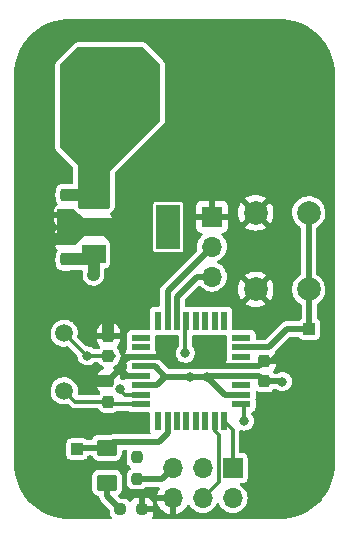
<source format=gbr>
%TF.GenerationSoftware,KiCad,Pcbnew,6.0.11+dfsg-1*%
%TF.CreationDate,2023-09-04T21:51:09-07:00*%
%TF.ProjectId,electrical_intro_project,656c6563-7472-4696-9361-6c5f696e7472,rev?*%
%TF.SameCoordinates,Original*%
%TF.FileFunction,Copper,L1,Top*%
%TF.FilePolarity,Positive*%
%FSLAX46Y46*%
G04 Gerber Fmt 4.6, Leading zero omitted, Abs format (unit mm)*
G04 Created by KiCad (PCBNEW 6.0.11+dfsg-1) date 2023-09-04 21:51:09*
%MOMM*%
%LPD*%
G01*
G04 APERTURE LIST*
G04 Aperture macros list*
%AMRoundRect*
0 Rectangle with rounded corners*
0 $1 Rounding radius*
0 $2 $3 $4 $5 $6 $7 $8 $9 X,Y pos of 4 corners*
0 Add a 4 corners polygon primitive as box body*
4,1,4,$2,$3,$4,$5,$6,$7,$8,$9,$2,$3,0*
0 Add four circle primitives for the rounded corners*
1,1,$1+$1,$2,$3*
1,1,$1+$1,$4,$5*
1,1,$1+$1,$6,$7*
1,1,$1+$1,$8,$9*
0 Add four rect primitives between the rounded corners*
20,1,$1+$1,$2,$3,$4,$5,0*
20,1,$1+$1,$4,$5,$6,$7,0*
20,1,$1+$1,$6,$7,$8,$9,0*
20,1,$1+$1,$8,$9,$2,$3,0*%
G04 Aperture macros list end*
%TA.AperFunction,SMDPad,CuDef*%
%ADD10RoundRect,0.237500X0.250000X0.237500X-0.250000X0.237500X-0.250000X-0.237500X0.250000X-0.237500X0*%
%TD*%
%TA.AperFunction,SMDPad,CuDef*%
%ADD11R,1.000000X1.000000*%
%TD*%
%TA.AperFunction,SMDPad,CuDef*%
%ADD12RoundRect,0.250001X0.624999X-0.462499X0.624999X0.462499X-0.624999X0.462499X-0.624999X-0.462499X0*%
%TD*%
%TA.AperFunction,SMDPad,CuDef*%
%ADD13RoundRect,0.237500X0.237500X-0.250000X0.237500X0.250000X-0.237500X0.250000X-0.237500X-0.250000X0*%
%TD*%
%TA.AperFunction,SMDPad,CuDef*%
%ADD14RoundRect,0.237500X-0.237500X0.300000X-0.237500X-0.300000X0.237500X-0.300000X0.237500X0.300000X0*%
%TD*%
%TA.AperFunction,SMDPad,CuDef*%
%ADD15R,2.000000X1.500000*%
%TD*%
%TA.AperFunction,SMDPad,CuDef*%
%ADD16R,2.000000X3.800000*%
%TD*%
%TA.AperFunction,ComponentPad*%
%ADD17C,5.000000*%
%TD*%
%TA.AperFunction,ComponentPad*%
%ADD18R,1.700000X1.700000*%
%TD*%
%TA.AperFunction,ComponentPad*%
%ADD19O,1.700000X1.700000*%
%TD*%
%TA.AperFunction,ComponentPad*%
%ADD20C,1.500000*%
%TD*%
%TA.AperFunction,SMDPad,CuDef*%
%ADD21RoundRect,0.237500X0.237500X-0.300000X0.237500X0.300000X-0.237500X0.300000X-0.237500X-0.300000X0*%
%TD*%
%TA.AperFunction,SMDPad,CuDef*%
%ADD22R,1.600000X0.550000*%
%TD*%
%TA.AperFunction,SMDPad,CuDef*%
%ADD23R,0.550000X1.600000*%
%TD*%
%TA.AperFunction,ComponentPad*%
%ADD24C,2.000000*%
%TD*%
%TA.AperFunction,ViaPad*%
%ADD25C,0.800000*%
%TD*%
%TA.AperFunction,Conductor*%
%ADD26C,0.500000*%
%TD*%
%TA.AperFunction,Conductor*%
%ADD27C,1.000000*%
%TD*%
%TA.AperFunction,Conductor*%
%ADD28C,0.300000*%
%TD*%
G04 APERTURE END LIST*
D10*
%TO.P,R1,1*%
%TO.N,GND*%
X145805000Y-123190000D03*
%TO.P,R1,2*%
%TO.N,Net-(D1-Pad1)*%
X143980000Y-123190000D03*
%TD*%
D11*
%TO.P,TP1,1,1*%
%TO.N,button_pin*%
X160020000Y-107950000D03*
%TD*%
D12*
%TO.P,D1,1,K*%
%TO.N,Net-(D1-Pad1)*%
X142875000Y-120972500D03*
%TO.P,D1,2,A*%
%TO.N,led_pin*%
X142875000Y-117997500D03*
%TD*%
D13*
%TO.P,R3,1*%
%TO.N,RST*%
X145415000Y-120650000D03*
%TO.P,R3,2*%
%TO.N,+5V*%
X145415000Y-118825000D03*
%TD*%
D14*
%TO.P,C4,1*%
%TO.N,Net-(C4-Pad1)*%
X139400000Y-96585000D03*
%TO.P,C4,2*%
%TO.N,GND*%
X139400000Y-98310000D03*
%TD*%
D15*
%TO.P,U2,1,IN*%
%TO.N,Net-(C4-Pad1)*%
X141750000Y-97010000D03*
%TO.P,U2,2,GND*%
%TO.N,GND*%
X141750000Y-99310000D03*
%TO.P,U2,3,OUT*%
%TO.N,+5V*%
X141750000Y-101610000D03*
D16*
%TO.P,U2,4*%
%TO.N,N/C*%
X148050000Y-99310000D03*
%TD*%
D17*
%TO.P,TP6,1,1*%
%TO.N,GND*%
X155400000Y-88560000D03*
%TD*%
D18*
%TO.P,J1,1,MISO*%
%TO.N,MISO*%
X153525000Y-119725000D03*
D19*
%TO.P,J1,2,VCC*%
%TO.N,+5V*%
X153525000Y-122265000D03*
%TO.P,J1,3,SCK*%
%TO.N,SCK*%
X150985000Y-119725000D03*
%TO.P,J1,4,MOSI*%
%TO.N,MOSI*%
X150985000Y-122265000D03*
%TO.P,J1,5,~{RST}*%
%TO.N,RST*%
X148445000Y-119725000D03*
%TO.P,J1,6,GND*%
%TO.N,GND*%
X148445000Y-122265000D03*
%TD*%
D20*
%TO.P,Y1,1,1*%
%TO.N,XTAL1*%
X139250000Y-108300000D03*
%TO.P,Y1,2,2*%
%TO.N,XTAL2*%
X139250000Y-113180000D03*
%TD*%
D11*
%TO.P,TP2,1,1*%
%TO.N,led_pin*%
X140335000Y-118110000D03*
%TD*%
D21*
%TO.P,C1,1*%
%TO.N,+5V*%
X156210000Y-112375000D03*
%TO.P,C1,2*%
%TO.N,GND*%
X156210000Y-110650000D03*
%TD*%
D22*
%TO.P,U1,1,PD3*%
%TO.N,unconnected-(U1-Pad1)*%
X145750000Y-108700000D03*
%TO.P,U1,2,PD4*%
%TO.N,unconnected-(U1-Pad2)*%
X145750000Y-109500000D03*
%TO.P,U1,3,GND*%
%TO.N,GND*%
X145750000Y-110300000D03*
%TO.P,U1,4,VCC*%
%TO.N,+5V*%
X145750000Y-111100000D03*
%TO.P,U1,5,GND*%
%TO.N,GND*%
X145750000Y-111900000D03*
%TO.P,U1,6,VCC*%
%TO.N,+5V*%
X145750000Y-112700000D03*
%TO.P,U1,7,XTAL1/PB6*%
%TO.N,XTAL1*%
X145750000Y-113500000D03*
%TO.P,U1,8,XTAL2/PB7*%
%TO.N,XTAL2*%
X145750000Y-114300000D03*
D23*
%TO.P,U1,9,PD5*%
%TO.N,unconnected-(U1-Pad9)*%
X147200000Y-115750000D03*
%TO.P,U1,10,PD6*%
%TO.N,led_pin*%
X148000000Y-115750000D03*
%TO.P,U1,11,PD7*%
%TO.N,unconnected-(U1-Pad11)*%
X148800000Y-115750000D03*
%TO.P,U1,12,PB0*%
%TO.N,unconnected-(U1-Pad12)*%
X149600000Y-115750000D03*
%TO.P,U1,13,PB1*%
%TO.N,unconnected-(U1-Pad13)*%
X150400000Y-115750000D03*
%TO.P,U1,14,PB2*%
%TO.N,unconnected-(U1-Pad14)*%
X151200000Y-115750000D03*
%TO.P,U1,15,PB3*%
%TO.N,MOSI*%
X152000000Y-115750000D03*
%TO.P,U1,16,PB4*%
%TO.N,MISO*%
X152800000Y-115750000D03*
D22*
%TO.P,U1,17,PB5*%
%TO.N,SCK*%
X154250000Y-114300000D03*
%TO.P,U1,18,AVCC*%
%TO.N,+5V*%
X154250000Y-113500000D03*
%TO.P,U1,19,ADC6*%
%TO.N,unconnected-(U1-Pad19)*%
X154250000Y-112700000D03*
%TO.P,U1,20,AREF*%
%TO.N,+5V*%
X154250000Y-111900000D03*
%TO.P,U1,21,GND*%
%TO.N,GND*%
X154250000Y-111100000D03*
%TO.P,U1,22,ADC7*%
%TO.N,unconnected-(U1-Pad22)*%
X154250000Y-110300000D03*
%TO.P,U1,23,PC0*%
%TO.N,button_pin*%
X154250000Y-109500000D03*
%TO.P,U1,24,PC1*%
%TO.N,unconnected-(U1-Pad24)*%
X154250000Y-108700000D03*
D23*
%TO.P,U1,25,PC2*%
%TO.N,unconnected-(U1-Pad25)*%
X152800000Y-107250000D03*
%TO.P,U1,26,PC3*%
%TO.N,unconnected-(U1-Pad26)*%
X152000000Y-107250000D03*
%TO.P,U1,27,PC4*%
%TO.N,unconnected-(U1-Pad27)*%
X151200000Y-107250000D03*
%TO.P,U1,28,PC5*%
%TO.N,unconnected-(U1-Pad28)*%
X150400000Y-107250000D03*
%TO.P,U1,29,~{RESET}/PC6*%
%TO.N,RST*%
X149600000Y-107250000D03*
%TO.P,U1,30,PD0*%
%TO.N,USART_RX*%
X148800000Y-107250000D03*
%TO.P,U1,31,PD1*%
%TO.N,USART_TX*%
X148000000Y-107250000D03*
%TO.P,U1,32,PD2*%
%TO.N,unconnected-(U1-Pad32)*%
X147200000Y-107250000D03*
%TD*%
D18*
%TO.P,J2,1,Pin_1*%
%TO.N,GND*%
X151765000Y-98440000D03*
D19*
%TO.P,J2,2,Pin_2*%
%TO.N,USART_TX*%
X151765000Y-100980000D03*
%TO.P,J2,3,Pin_3*%
%TO.N,USART_RX*%
X151765000Y-103520000D03*
%TD*%
D14*
%TO.P,C2,1*%
%TO.N,GND*%
X143000000Y-108500000D03*
%TO.P,C2,2*%
%TO.N,XTAL1*%
X143000000Y-110225000D03*
%TD*%
D21*
%TO.P,C5,1*%
%TO.N,+5V*%
X139400000Y-102060000D03*
%TO.P,C5,2*%
%TO.N,GND*%
X139400000Y-100335000D03*
%TD*%
D24*
%TO.P,SW1,1,1*%
%TO.N,GND*%
X155460000Y-98100000D03*
X155460000Y-104600000D03*
%TO.P,SW1,2,2*%
%TO.N,button_pin*%
X159960000Y-104600000D03*
X159960000Y-98100000D03*
%TD*%
D21*
%TO.P,C3,1*%
%TO.N,XTAL2*%
X143000000Y-114112500D03*
%TO.P,C3,2*%
%TO.N,GND*%
X143000000Y-112387500D03*
%TD*%
D17*
%TO.P,TP5,1,1*%
%TO.N,Net-(C4-Pad1)*%
X143150000Y-88560000D03*
%TD*%
D25*
%TO.N,+5V*%
X145415000Y-118745000D03*
X151384000Y-112014000D03*
X149871000Y-112003000D03*
X141732000Y-103378000D03*
X157734000Y-112395000D03*
%TO.N,GND*%
X143000000Y-105666000D03*
X137922000Y-103632000D03*
X157861000Y-109601000D03*
X141478000Y-112268000D03*
%TO.N,XTAL1*%
X141175000Y-110225000D03*
X144018000Y-113030000D03*
%TO.N,SCK*%
X154500000Y-115750000D03*
%TO.N,RST*%
X149500000Y-110000000D03*
%TD*%
D26*
%TO.N,+5V*%
X152870000Y-113500000D02*
X151384000Y-112014000D01*
D27*
X141750000Y-103360000D02*
X141732000Y-103378000D01*
D26*
X147828000Y-112014000D02*
X147828000Y-112003000D01*
X154250000Y-113500000D02*
X152870000Y-113500000D01*
X155735000Y-111900000D02*
X156210000Y-112375000D01*
X147828000Y-112003000D02*
X151373000Y-112003000D01*
X145750000Y-112700000D02*
X147142000Y-112700000D01*
X156210000Y-112375000D02*
X157714000Y-112375000D01*
X151498000Y-111900000D02*
X151384000Y-112014000D01*
X146914000Y-111100000D02*
X147828000Y-112014000D01*
X154250000Y-111900000D02*
X155735000Y-111900000D01*
X145415000Y-118825000D02*
X145415000Y-118745000D01*
D27*
X139400000Y-102060000D02*
X141300000Y-102060000D01*
D26*
X151373000Y-112003000D02*
X151384000Y-112014000D01*
D27*
X141300000Y-102060000D02*
X141750000Y-101610000D01*
X141750000Y-101610000D02*
X141750000Y-103360000D01*
D26*
X145750000Y-111100000D02*
X146914000Y-111100000D01*
X157714000Y-112375000D02*
X157734000Y-112395000D01*
X154250000Y-111900000D02*
X151498000Y-111900000D01*
X147142000Y-112700000D02*
X147828000Y-112014000D01*
%TO.N,GND*%
X155760000Y-111100000D02*
X156210000Y-110650000D01*
X144575000Y-111900000D02*
X145750000Y-111900000D01*
D27*
X138425000Y-100335000D02*
X137922000Y-100838000D01*
X141597500Y-112387500D02*
X141478000Y-112268000D01*
D26*
X144018000Y-111343000D02*
X144575000Y-111900000D01*
X145750000Y-110300000D02*
X144716000Y-110300000D01*
X144018000Y-111369500D02*
X143000000Y-112387500D01*
X156812000Y-110650000D02*
X157861000Y-109601000D01*
D27*
X143000000Y-112387500D02*
X141597500Y-112387500D01*
D26*
X148946000Y-111100000D02*
X148146000Y-110300000D01*
D27*
X143000000Y-105666000D02*
X143000000Y-108500000D01*
D26*
X144018000Y-111343000D02*
X144018000Y-111369500D01*
X148146000Y-110300000D02*
X145750000Y-110300000D01*
X154250000Y-111100000D02*
X148946000Y-111100000D01*
X144018000Y-110998000D02*
X144018000Y-111343000D01*
D27*
X137922000Y-100838000D02*
X137922000Y-103632000D01*
D26*
X144716000Y-110300000D02*
X144018000Y-110998000D01*
X154250000Y-111100000D02*
X155760000Y-111100000D01*
D27*
X139400000Y-100335000D02*
X138425000Y-100335000D01*
D26*
X156210000Y-110650000D02*
X156812000Y-110650000D01*
D28*
%TO.N,XTAL1*%
X145750000Y-113500000D02*
X144394150Y-113500000D01*
X139250000Y-108300000D02*
X141175000Y-110225000D01*
X143475000Y-110225000D02*
X143000000Y-110225000D01*
X144018000Y-113123850D02*
X144394150Y-113500000D01*
X141175000Y-110225000D02*
X143250000Y-110225000D01*
X144018000Y-113030000D02*
X144018000Y-113123850D01*
%TO.N,XTAL2*%
X140182500Y-114112500D02*
X139250000Y-113180000D01*
X145750000Y-114300000D02*
X143437500Y-114300000D01*
X143437500Y-114300000D02*
X143250000Y-114112500D01*
X143250000Y-114112500D02*
X140182500Y-114112500D01*
D26*
%TO.N,Net-(D1-Pad1)*%
X142875000Y-120972500D02*
X142875000Y-122085000D01*
X142875000Y-122085000D02*
X143980000Y-123190000D01*
%TO.N,led_pin*%
X143342500Y-117530000D02*
X142875000Y-117997500D01*
X148000000Y-116795000D02*
X147265000Y-117530000D01*
X142875000Y-117997500D02*
X140447500Y-117997500D01*
X140447500Y-117997500D02*
X140335000Y-118110000D01*
X148000000Y-115750000D02*
X148000000Y-116795000D01*
X147265000Y-117530000D02*
X143342500Y-117530000D01*
D28*
%TO.N,MISO*%
X153525000Y-116475000D02*
X152800000Y-115750000D01*
X153525000Y-119725000D02*
X153525000Y-116475000D01*
%TO.N,SCK*%
X154500000Y-115750000D02*
X154500000Y-114550000D01*
X154500000Y-114550000D02*
X154250000Y-114300000D01*
%TO.N,MOSI*%
X150985000Y-122265000D02*
X152325000Y-120925000D01*
X152000000Y-116575000D02*
X152000000Y-115750000D01*
X152325000Y-120925000D02*
X152325000Y-116900000D01*
X152325000Y-116900000D02*
X152000000Y-116575000D01*
D26*
%TO.N,RST*%
X147520000Y-120650000D02*
X148445000Y-119725000D01*
D28*
X149500000Y-110000000D02*
X149500000Y-107350000D01*
X149500000Y-107350000D02*
X149600000Y-107250000D01*
D26*
X145415000Y-120650000D02*
X147520000Y-120650000D01*
%TO.N,button_pin*%
X160020000Y-104660000D02*
X159960000Y-104600000D01*
X154250000Y-109500000D02*
X156565000Y-109500000D01*
X158115000Y-107950000D02*
X160020000Y-107950000D01*
X156565000Y-109500000D02*
X158115000Y-107950000D01*
X160020000Y-107950000D02*
X160020000Y-104660000D01*
X159960000Y-104600000D02*
X159960000Y-98100000D01*
%TO.N,USART_TX*%
X148000000Y-107250000D02*
X148000000Y-104745000D01*
X148000000Y-104745000D02*
X151765000Y-100980000D01*
%TO.N,USART_RX*%
X148800000Y-105200000D02*
X150480000Y-103520000D01*
X150480000Y-103520000D02*
X151765000Y-103520000D01*
X148800000Y-107250000D02*
X148800000Y-105200000D01*
D27*
%TO.N,Net-(C4-Pad1)*%
X141325000Y-96585000D02*
X141750000Y-97010000D01*
X139400000Y-96585000D02*
X141325000Y-96585000D01*
%TD*%
%TA.AperFunction,Conductor*%
%TO.N,GND*%
G36*
X159900000Y-85810000D02*
G01*
X159900000Y-91810000D01*
X158150000Y-93560000D01*
X150900000Y-93560000D01*
X150150000Y-94310000D01*
X150150000Y-100810000D01*
X149150000Y-101810000D01*
X144400000Y-101810000D01*
X143824674Y-101234674D01*
X146799500Y-101234674D01*
X146814034Y-101307740D01*
X146869399Y-101390601D01*
X146952260Y-101445966D01*
X147025326Y-101460500D01*
X149074674Y-101460500D01*
X149147740Y-101445966D01*
X149230601Y-101390601D01*
X149285966Y-101307740D01*
X149300500Y-101234674D01*
X149300500Y-97385326D01*
X149285966Y-97312260D01*
X149273244Y-97293219D01*
X149237493Y-97239714D01*
X149230601Y-97229399D01*
X149147740Y-97174034D01*
X149074674Y-97159500D01*
X147025326Y-97159500D01*
X146952260Y-97174034D01*
X146869399Y-97229399D01*
X146862507Y-97239714D01*
X146826757Y-97293219D01*
X146814034Y-97312260D01*
X146799500Y-97385326D01*
X146799500Y-101234674D01*
X143824674Y-101234674D01*
X142650000Y-100060000D01*
X141900000Y-100060000D01*
X141900000Y-98560000D01*
X143400000Y-98560000D01*
X143900000Y-98060000D01*
X143900000Y-95310000D01*
X150150000Y-89060000D01*
X150150000Y-85560000D01*
X151650000Y-84060000D01*
X158150000Y-84060000D01*
X159900000Y-85810000D01*
G37*
%TD.AperFunction*%
%TD*%
%TA.AperFunction,Conductor*%
%TO.N,GND*%
G36*
X140150173Y-97883637D02*
G01*
X140326363Y-98059827D01*
X140327616Y-98060953D01*
X140327626Y-98060962D01*
X140346088Y-98077545D01*
X140358646Y-98088826D01*
X140379620Y-98105729D01*
X140405188Y-98124727D01*
X140410780Y-98127378D01*
X140515350Y-98176951D01*
X140515354Y-98176953D01*
X140518393Y-98178393D01*
X140900000Y-98560000D01*
X141900000Y-98560000D01*
X141900000Y-100060000D01*
X140900000Y-100060000D01*
X140150000Y-100810000D01*
X138650000Y-100810000D01*
X138650000Y-97810000D01*
X140095049Y-97810000D01*
X140150173Y-97883637D01*
G37*
%TD.AperFunction*%
%TD*%
%TA.AperFunction,Conductor*%
%TO.N,GND*%
G36*
X157458274Y-81682051D02*
G01*
X157480000Y-81685492D01*
X157492174Y-81683564D01*
X157517379Y-81682132D01*
X157882350Y-81698067D01*
X157893298Y-81699025D01*
X158287144Y-81750875D01*
X158297949Y-81752781D01*
X158685779Y-81838761D01*
X158696389Y-81841604D01*
X159075240Y-81961055D01*
X159085553Y-81964808D01*
X159452575Y-82116834D01*
X159462519Y-82121472D01*
X159814867Y-82304892D01*
X159824387Y-82310388D01*
X160159406Y-82523819D01*
X160168410Y-82530123D01*
X160483566Y-82771950D01*
X160491986Y-82779016D01*
X160784850Y-83047377D01*
X160792623Y-83055150D01*
X161060984Y-83348014D01*
X161068050Y-83356434D01*
X161309877Y-83671590D01*
X161316181Y-83680594D01*
X161529612Y-84015613D01*
X161535108Y-84025133D01*
X161718524Y-84377472D01*
X161723170Y-84387434D01*
X161875189Y-84754439D01*
X161878948Y-84764768D01*
X161998396Y-85143610D01*
X162001239Y-85154221D01*
X162087219Y-85542051D01*
X162089125Y-85552856D01*
X162097528Y-85616686D01*
X162140975Y-85946701D01*
X162141933Y-85957650D01*
X162155672Y-86272316D01*
X162157868Y-86322617D01*
X162156436Y-86347826D01*
X162154508Y-86360000D01*
X162156059Y-86369793D01*
X162157949Y-86381726D01*
X162159500Y-86401436D01*
X162159500Y-119338564D01*
X162157949Y-119358274D01*
X162154508Y-119380000D01*
X162156059Y-119389793D01*
X162156436Y-119392173D01*
X162157868Y-119417379D01*
X162155608Y-119469143D01*
X162141933Y-119782349D01*
X162140975Y-119793298D01*
X162093607Y-120153101D01*
X162089126Y-120187136D01*
X162087219Y-120197949D01*
X162012326Y-120535772D01*
X162001241Y-120585773D01*
X161998396Y-120596389D01*
X161881576Y-120966898D01*
X161878948Y-120975232D01*
X161875192Y-120985553D01*
X161729450Y-121337405D01*
X161723170Y-121352566D01*
X161718528Y-121362519D01*
X161545243Y-121695397D01*
X161535108Y-121714867D01*
X161529612Y-121724387D01*
X161316181Y-122059406D01*
X161309877Y-122068410D01*
X161289944Y-122094387D01*
X161086051Y-122360107D01*
X161068050Y-122383566D01*
X161060987Y-122391983D01*
X160803886Y-122672559D01*
X160792623Y-122684850D01*
X160784854Y-122692619D01*
X160519251Y-122936000D01*
X160491986Y-122960984D01*
X160483566Y-122968050D01*
X160168410Y-123209877D01*
X160159406Y-123216181D01*
X159824387Y-123429612D01*
X159814868Y-123435107D01*
X159462519Y-123618528D01*
X159452575Y-123623166D01*
X159085553Y-123775192D01*
X159075240Y-123778945D01*
X158696390Y-123898396D01*
X158685779Y-123901239D01*
X158297949Y-123987219D01*
X158287144Y-123989125D01*
X157904518Y-124039498D01*
X157893299Y-124040975D01*
X157882350Y-124041933D01*
X157517379Y-124057868D01*
X157492174Y-124056436D01*
X157480000Y-124054508D01*
X157470207Y-124056059D01*
X157458274Y-124057949D01*
X157438564Y-124059500D01*
X146766893Y-124059500D01*
X146698772Y-124039498D01*
X146652279Y-123985842D01*
X146642175Y-123915568D01*
X146659633Y-123867384D01*
X146731412Y-123750937D01*
X146737556Y-123737759D01*
X146787815Y-123586234D01*
X146790681Y-123572868D01*
X146800172Y-123480230D01*
X146800500Y-123473815D01*
X146800500Y-123462115D01*
X146796025Y-123446876D01*
X146794635Y-123445671D01*
X146786952Y-123444000D01*
X145677000Y-123444000D01*
X145608879Y-123423998D01*
X145562386Y-123370342D01*
X145551000Y-123318000D01*
X145551000Y-122917885D01*
X146059000Y-122917885D01*
X146063475Y-122933124D01*
X146064865Y-122934329D01*
X146072548Y-122936000D01*
X146782385Y-122936000D01*
X146797624Y-122931525D01*
X146798829Y-122930135D01*
X146800500Y-122922452D01*
X146800500Y-122906234D01*
X146800163Y-122899718D01*
X146790425Y-122805868D01*
X146787532Y-122792472D01*
X146737012Y-122641047D01*
X146730847Y-122627885D01*
X146672110Y-122532966D01*
X147113257Y-122532966D01*
X147143565Y-122667446D01*
X147146645Y-122677275D01*
X147226770Y-122874603D01*
X147231413Y-122883794D01*
X147342694Y-123065388D01*
X147348777Y-123073699D01*
X147488213Y-123234667D01*
X147495580Y-123241883D01*
X147659434Y-123377916D01*
X147667881Y-123383831D01*
X147851756Y-123491279D01*
X147861042Y-123495729D01*
X148060001Y-123571703D01*
X148069899Y-123574579D01*
X148173250Y-123595606D01*
X148187299Y-123594410D01*
X148191000Y-123584065D01*
X148191000Y-122537115D01*
X148186525Y-122521876D01*
X148185135Y-122520671D01*
X148177452Y-122519000D01*
X147128225Y-122519000D01*
X147114694Y-122522973D01*
X147113257Y-122532966D01*
X146672110Y-122532966D01*
X146647074Y-122492508D01*
X146638040Y-122481110D01*
X146525371Y-122368637D01*
X146513960Y-122359625D01*
X146378437Y-122276088D01*
X146365259Y-122269944D01*
X146213734Y-122219685D01*
X146200368Y-122216819D01*
X146107730Y-122207328D01*
X146101315Y-122207000D01*
X146077115Y-122207000D01*
X146061876Y-122211475D01*
X146060671Y-122212865D01*
X146059000Y-122220548D01*
X146059000Y-122917885D01*
X145551000Y-122917885D01*
X145551000Y-122225115D01*
X145546525Y-122209876D01*
X145545135Y-122208671D01*
X145537452Y-122207000D01*
X145508734Y-122207000D01*
X145502218Y-122207337D01*
X145408368Y-122217075D01*
X145394972Y-122219968D01*
X145243547Y-122270488D01*
X145230385Y-122276653D01*
X145095008Y-122360426D01*
X145083610Y-122369460D01*
X144971137Y-122482129D01*
X144962127Y-122493537D01*
X144935516Y-122536710D01*
X144882744Y-122584204D01*
X144812673Y-122595628D01*
X144747549Y-122567355D01*
X144738502Y-122557981D01*
X144738126Y-122558357D01*
X144624143Y-122444374D01*
X144617327Y-122440343D01*
X144617323Y-122440340D01*
X144492217Y-122366354D01*
X144485394Y-122362319D01*
X144477782Y-122360108D01*
X144477781Y-122360107D01*
X144336774Y-122319140D01*
X144336771Y-122319139D01*
X144330598Y-122317346D01*
X144308920Y-122315640D01*
X144296892Y-122314693D01*
X144296883Y-122314693D01*
X144294435Y-122314500D01*
X144076636Y-122314500D01*
X144008515Y-122294498D01*
X143987541Y-122277595D01*
X143866645Y-122156699D01*
X143832619Y-122094387D01*
X143837684Y-122023572D01*
X143880231Y-121966736D01*
X143891605Y-121959148D01*
X143895043Y-121957115D01*
X143901864Y-121953081D01*
X144018081Y-121836864D01*
X144082236Y-121728383D01*
X144097709Y-121702220D01*
X144097709Y-121702219D01*
X144101744Y-121695397D01*
X144114170Y-121652629D01*
X144145801Y-121543753D01*
X144147598Y-121537569D01*
X144148633Y-121524416D01*
X144150307Y-121503153D01*
X144150308Y-121503140D01*
X144150500Y-121500694D01*
X144150500Y-120444306D01*
X144150308Y-120441860D01*
X144150307Y-120441847D01*
X144148103Y-120413850D01*
X144147598Y-120407431D01*
X144101744Y-120249603D01*
X144018081Y-120108136D01*
X143901864Y-119991919D01*
X143760397Y-119908256D01*
X143752785Y-119906045D01*
X143752784Y-119906044D01*
X143690126Y-119887840D01*
X143602569Y-119862402D01*
X143589416Y-119861367D01*
X143568153Y-119859693D01*
X143568140Y-119859692D01*
X143565694Y-119859500D01*
X142184306Y-119859500D01*
X142181860Y-119859692D01*
X142181847Y-119859693D01*
X142160584Y-119861367D01*
X142147431Y-119862402D01*
X142059874Y-119887840D01*
X141997216Y-119906044D01*
X141997215Y-119906045D01*
X141989603Y-119908256D01*
X141848136Y-119991919D01*
X141731919Y-120108136D01*
X141648256Y-120249603D01*
X141602402Y-120407431D01*
X141601897Y-120413850D01*
X141599693Y-120441847D01*
X141599692Y-120441860D01*
X141599500Y-120444306D01*
X141599500Y-121500694D01*
X141599692Y-121503140D01*
X141599693Y-121503153D01*
X141601367Y-121524416D01*
X141602402Y-121537569D01*
X141604199Y-121543753D01*
X141635831Y-121652629D01*
X141648256Y-121695397D01*
X141652291Y-121702219D01*
X141652291Y-121702220D01*
X141667764Y-121728383D01*
X141731919Y-121836864D01*
X141848136Y-121953081D01*
X141854957Y-121957115D01*
X141926091Y-121999183D01*
X141989603Y-122036744D01*
X141997215Y-122038955D01*
X141997216Y-122038956D01*
X142138100Y-122079887D01*
X142197936Y-122118100D01*
X142227188Y-122180728D01*
X142227403Y-122187569D01*
X142229616Y-122195184D01*
X142229616Y-122195187D01*
X142233278Y-122207792D01*
X142237289Y-122227156D01*
X142239929Y-122248058D01*
X142242848Y-122255429D01*
X142242848Y-122255431D01*
X142256702Y-122290420D01*
X142260541Y-122301631D01*
X142273256Y-122345398D01*
X142283263Y-122362319D01*
X142283981Y-122363533D01*
X142292676Y-122381281D01*
X142300432Y-122400871D01*
X142327218Y-122437738D01*
X142333725Y-122447646D01*
X142352883Y-122480042D01*
X142352887Y-122480047D01*
X142356919Y-122486865D01*
X142371812Y-122501758D01*
X142384653Y-122516792D01*
X142397037Y-122533837D01*
X142403145Y-122538890D01*
X142432143Y-122562879D01*
X142440923Y-122570869D01*
X143055096Y-123185042D01*
X143089122Y-123247354D01*
X143092001Y-123274137D01*
X143092001Y-123491934D01*
X143094846Y-123528098D01*
X143096642Y-123534279D01*
X143096642Y-123534280D01*
X143121118Y-123618524D01*
X143139819Y-123682894D01*
X143143854Y-123689717D01*
X143217840Y-123814823D01*
X143217843Y-123814827D01*
X143221874Y-123821643D01*
X143244636Y-123844405D01*
X143278662Y-123906717D01*
X143273597Y-123977532D01*
X143231050Y-124034368D01*
X143164530Y-124059179D01*
X143155541Y-124059500D01*
X139741436Y-124059500D01*
X139721726Y-124057949D01*
X139709793Y-124056059D01*
X139700000Y-124054508D01*
X139687826Y-124056436D01*
X139662621Y-124057868D01*
X139297650Y-124041933D01*
X139286701Y-124040975D01*
X139275482Y-124039498D01*
X138892856Y-123989125D01*
X138882051Y-123987219D01*
X138494221Y-123901239D01*
X138483610Y-123898396D01*
X138104760Y-123778945D01*
X138094447Y-123775192D01*
X137727425Y-123623166D01*
X137717481Y-123618528D01*
X137365132Y-123435107D01*
X137355613Y-123429612D01*
X137020594Y-123216181D01*
X137011590Y-123209877D01*
X136696434Y-122968050D01*
X136688014Y-122960984D01*
X136660749Y-122936000D01*
X136395146Y-122692619D01*
X136387377Y-122684850D01*
X136376115Y-122672559D01*
X136119013Y-122391983D01*
X136111950Y-122383566D01*
X136093950Y-122360107D01*
X135890056Y-122094387D01*
X135870123Y-122068410D01*
X135863819Y-122059406D01*
X135650388Y-121724387D01*
X135644892Y-121714867D01*
X135634757Y-121695397D01*
X135461472Y-121362519D01*
X135456830Y-121352566D01*
X135450551Y-121337405D01*
X135304808Y-120985553D01*
X135301052Y-120975232D01*
X135298425Y-120966898D01*
X135181604Y-120596389D01*
X135178759Y-120585773D01*
X135167674Y-120535772D01*
X135092781Y-120197949D01*
X135090874Y-120187136D01*
X135086394Y-120153101D01*
X135039025Y-119793298D01*
X135038067Y-119782349D01*
X135024392Y-119469143D01*
X135022132Y-119417379D01*
X135023564Y-119392173D01*
X135023941Y-119389793D01*
X135025492Y-119380000D01*
X135022051Y-119358274D01*
X135020500Y-119338564D01*
X135020500Y-113149754D01*
X138094967Y-113149754D01*
X138108796Y-113360749D01*
X138110217Y-113366345D01*
X138110218Y-113366350D01*
X138138565Y-113477965D01*
X138160845Y-113565690D01*
X138249369Y-113757714D01*
X138371405Y-113930391D01*
X138375539Y-113934418D01*
X138478037Y-114034267D01*
X138522865Y-114077937D01*
X138527661Y-114081142D01*
X138527664Y-114081144D01*
X138661398Y-114170502D01*
X138698677Y-114195411D01*
X138703985Y-114197692D01*
X138703986Y-114197692D01*
X138887650Y-114276600D01*
X138887653Y-114276601D01*
X138892953Y-114278878D01*
X138898582Y-114280152D01*
X138898583Y-114280152D01*
X139093550Y-114324269D01*
X139093553Y-114324269D01*
X139099186Y-114325544D01*
X139104957Y-114325771D01*
X139104959Y-114325771D01*
X139166989Y-114328208D01*
X139310470Y-114333846D01*
X139316179Y-114333018D01*
X139316183Y-114333018D01*
X139519730Y-114303504D01*
X139520005Y-114305402D01*
X139582271Y-114308519D01*
X139629868Y-114338393D01*
X139782631Y-114491155D01*
X139786283Y-114494964D01*
X139828299Y-114540656D01*
X139835599Y-114545182D01*
X139835600Y-114545183D01*
X139865283Y-114563587D01*
X139875053Y-114570301D01*
X139909716Y-114596612D01*
X139923701Y-114602149D01*
X139943709Y-114612213D01*
X139956486Y-114620135D01*
X139964732Y-114622531D01*
X139964735Y-114622532D01*
X139998265Y-114632273D01*
X140009485Y-114636113D01*
X140049953Y-114652136D01*
X140058494Y-114653034D01*
X140058495Y-114653034D01*
X140064908Y-114653708D01*
X140086883Y-114658020D01*
X140101325Y-114662215D01*
X140108808Y-114662765D01*
X140109708Y-114662831D01*
X140109719Y-114662831D01*
X140112015Y-114663000D01*
X140146717Y-114663000D01*
X140159887Y-114663690D01*
X140199954Y-114667901D01*
X140208419Y-114666469D01*
X140208428Y-114666469D01*
X140218500Y-114664765D01*
X140239513Y-114663000D01*
X142097555Y-114663000D01*
X142165676Y-114683002D01*
X142206009Y-114724862D01*
X142254374Y-114806643D01*
X142368357Y-114920626D01*
X142375173Y-114924657D01*
X142375177Y-114924660D01*
X142480398Y-114986886D01*
X142507106Y-115002681D01*
X142514718Y-115004892D01*
X142514719Y-115004893D01*
X142655726Y-115045860D01*
X142655729Y-115045861D01*
X142661902Y-115047654D01*
X142683580Y-115049360D01*
X142695608Y-115050307D01*
X142695617Y-115050307D01*
X142698065Y-115050500D01*
X142999755Y-115050500D01*
X143301934Y-115050499D01*
X143321142Y-115048988D01*
X143331680Y-115048159D01*
X143331681Y-115048159D01*
X143338098Y-115047654D01*
X143344280Y-115045858D01*
X143485281Y-115004893D01*
X143485282Y-115004892D01*
X143492894Y-115002681D01*
X143519602Y-114986886D01*
X143624823Y-114924660D01*
X143624827Y-114924657D01*
X143631643Y-114920626D01*
X143664864Y-114887405D01*
X143727176Y-114853379D01*
X143753959Y-114850500D01*
X144606918Y-114850500D01*
X144675039Y-114870502D01*
X144696013Y-114887405D01*
X144711658Y-114903050D01*
X144824696Y-114960646D01*
X144834485Y-114962196D01*
X144834487Y-114962197D01*
X144861849Y-114966530D01*
X144918481Y-114975500D01*
X144979225Y-114975500D01*
X146398500Y-114975499D01*
X146466621Y-114995501D01*
X146513114Y-115049157D01*
X146524500Y-115101499D01*
X146524501Y-116581518D01*
X146539354Y-116675304D01*
X146550050Y-116696297D01*
X146563155Y-116766071D01*
X146536456Y-116831857D01*
X146478430Y-116872764D01*
X146437784Y-116879500D01*
X143423500Y-116879500D01*
X143411860Y-116878951D01*
X143404204Y-116877240D01*
X143396281Y-116877489D01*
X143334270Y-116879438D01*
X143330312Y-116879500D01*
X143301575Y-116879500D01*
X143297304Y-116880039D01*
X143285476Y-116880971D01*
X143239931Y-116882403D01*
X143236275Y-116883465D01*
X143223124Y-116884500D01*
X142184306Y-116884500D01*
X142181860Y-116884692D01*
X142181847Y-116884693D01*
X142160584Y-116886367D01*
X142147431Y-116887402D01*
X142046521Y-116916719D01*
X141997216Y-116931044D01*
X141997215Y-116931045D01*
X141989603Y-116933256D01*
X141982781Y-116937291D01*
X141982780Y-116937291D01*
X141854957Y-117012885D01*
X141848136Y-117016919D01*
X141731919Y-117133136D01*
X141727885Y-117139957D01*
X141690088Y-117203869D01*
X141648256Y-117274603D01*
X141648027Y-117274468D01*
X141605472Y-117325613D01*
X141535243Y-117347000D01*
X141190582Y-117347000D01*
X141122461Y-117326998D01*
X141101487Y-117310095D01*
X141073342Y-117281950D01*
X140960304Y-117224354D01*
X140950515Y-117222804D01*
X140950513Y-117222803D01*
X140919769Y-117217934D01*
X140866519Y-117209500D01*
X140335108Y-117209500D01*
X139803482Y-117209501D01*
X139798589Y-117210276D01*
X139798588Y-117210276D01*
X139719494Y-117222802D01*
X139719492Y-117222803D01*
X139709696Y-117224354D01*
X139596658Y-117281950D01*
X139506950Y-117371658D01*
X139449354Y-117484696D01*
X139434500Y-117578481D01*
X139434501Y-118641518D01*
X139435276Y-118646411D01*
X139435276Y-118646412D01*
X139447558Y-118723962D01*
X139449354Y-118735304D01*
X139506950Y-118848342D01*
X139596658Y-118938050D01*
X139709696Y-118995646D01*
X139719485Y-118997196D01*
X139719487Y-118997197D01*
X139746849Y-119001530D01*
X139803481Y-119010500D01*
X140334892Y-119010500D01*
X140866518Y-119010499D01*
X140871412Y-119009724D01*
X140950506Y-118997198D01*
X140950508Y-118997197D01*
X140960304Y-118995646D01*
X141073342Y-118938050D01*
X141163050Y-118848342D01*
X141220646Y-118735304D01*
X141221164Y-118732036D01*
X141259165Y-118676459D01*
X141324561Y-118648822D01*
X141338926Y-118648000D01*
X141535243Y-118648000D01*
X141603364Y-118668002D01*
X141647988Y-118720555D01*
X141648256Y-118720397D01*
X141731919Y-118861864D01*
X141848136Y-118978081D01*
X141854957Y-118982115D01*
X141901642Y-119009724D01*
X141989603Y-119061744D01*
X141997215Y-119063955D01*
X141997216Y-119063956D01*
X142046521Y-119078281D01*
X142147431Y-119107598D01*
X142160584Y-119108633D01*
X142181847Y-119110307D01*
X142181860Y-119110308D01*
X142184306Y-119110500D01*
X143565694Y-119110500D01*
X143568140Y-119110308D01*
X143568153Y-119110307D01*
X143589416Y-119108633D01*
X143602569Y-119107598D01*
X143703479Y-119078281D01*
X143752784Y-119063956D01*
X143752785Y-119063955D01*
X143760397Y-119061744D01*
X143848359Y-119009724D01*
X143895043Y-118982115D01*
X143901864Y-118978081D01*
X144018081Y-118861864D01*
X144087701Y-118744142D01*
X144097709Y-118727220D01*
X144097710Y-118727218D01*
X144101744Y-118720397D01*
X144147598Y-118562569D01*
X144149059Y-118544002D01*
X144150307Y-118528153D01*
X144150308Y-118528140D01*
X144150500Y-118525694D01*
X144150500Y-118306500D01*
X144170502Y-118238379D01*
X144224158Y-118191886D01*
X144276500Y-118180500D01*
X144459917Y-118180500D01*
X144528038Y-118200502D01*
X144574531Y-118254158D01*
X144584635Y-118324432D01*
X144580916Y-118341646D01*
X144542346Y-118474402D01*
X144540815Y-118493855D01*
X144539694Y-118508102D01*
X144539500Y-118510565D01*
X144539501Y-119139434D01*
X144542346Y-119175598D01*
X144544142Y-119181779D01*
X144544142Y-119181780D01*
X144577231Y-119295670D01*
X144587319Y-119330394D01*
X144591354Y-119337217D01*
X144665340Y-119462323D01*
X144665343Y-119462327D01*
X144669374Y-119469143D01*
X144783357Y-119583126D01*
X144790177Y-119587160D01*
X144790178Y-119587160D01*
X144861004Y-119629046D01*
X144909457Y-119680939D01*
X144922162Y-119750790D01*
X144895087Y-119816421D01*
X144861004Y-119845954D01*
X144834046Y-119861897D01*
X144783357Y-119891874D01*
X144669374Y-120005857D01*
X144665343Y-120012673D01*
X144665340Y-120012677D01*
X144612202Y-120102530D01*
X144587319Y-120144606D01*
X144542346Y-120299402D01*
X144539500Y-120335565D01*
X144539501Y-120964434D01*
X144542346Y-121000598D01*
X144544142Y-121006779D01*
X144544142Y-121006780D01*
X144560755Y-121063960D01*
X144587319Y-121155394D01*
X144591354Y-121162217D01*
X144665340Y-121287323D01*
X144665343Y-121287327D01*
X144669374Y-121294143D01*
X144783357Y-121408126D01*
X144790173Y-121412157D01*
X144790177Y-121412160D01*
X144915283Y-121486146D01*
X144922106Y-121490181D01*
X144929718Y-121492392D01*
X144929719Y-121492393D01*
X145070726Y-121533360D01*
X145070729Y-121533361D01*
X145076902Y-121535154D01*
X145098580Y-121536860D01*
X145110608Y-121537807D01*
X145110617Y-121537807D01*
X145113065Y-121538000D01*
X145414755Y-121538000D01*
X145716934Y-121537999D01*
X145736142Y-121536488D01*
X145746680Y-121535659D01*
X145746681Y-121535659D01*
X145753098Y-121535154D01*
X145880214Y-121498223D01*
X145900281Y-121492393D01*
X145900282Y-121492392D01*
X145907894Y-121490181D01*
X145914717Y-121486146D01*
X146039823Y-121412160D01*
X146039827Y-121412157D01*
X146046643Y-121408126D01*
X146117364Y-121337405D01*
X146179676Y-121303379D01*
X146206459Y-121300500D01*
X147220503Y-121300500D01*
X147288624Y-121320502D01*
X147335117Y-121374158D01*
X147345221Y-121444432D01*
X147324591Y-121497505D01*
X147263095Y-121587655D01*
X147258000Y-121596623D01*
X147168338Y-121789783D01*
X147164775Y-121799470D01*
X147109389Y-121999183D01*
X147110912Y-122007607D01*
X147123292Y-122011000D01*
X148573000Y-122011000D01*
X148641121Y-122031002D01*
X148687614Y-122084658D01*
X148699000Y-122137000D01*
X148699000Y-123583517D01*
X148703064Y-123597359D01*
X148716478Y-123599393D01*
X148723184Y-123598534D01*
X148733262Y-123596392D01*
X148937255Y-123535191D01*
X148946842Y-123531433D01*
X149138095Y-123437739D01*
X149146945Y-123432464D01*
X149320328Y-123308792D01*
X149328200Y-123302139D01*
X149479052Y-123151812D01*
X149485730Y-123143965D01*
X149610003Y-122971020D01*
X149615310Y-122962188D01*
X149661140Y-122869460D01*
X149709254Y-122817254D01*
X149777956Y-122799347D01*
X149845432Y-122821426D01*
X149888292Y-122872038D01*
X149897898Y-122892638D01*
X150023402Y-123071877D01*
X150178123Y-123226598D01*
X150182631Y-123229755D01*
X150182634Y-123229757D01*
X150295508Y-123308792D01*
X150357361Y-123352102D01*
X150362343Y-123354425D01*
X150362348Y-123354428D01*
X150535368Y-123435108D01*
X150555670Y-123444575D01*
X150560978Y-123445997D01*
X150560980Y-123445998D01*
X150564257Y-123446876D01*
X150767023Y-123501207D01*
X150985000Y-123520277D01*
X151202977Y-123501207D01*
X151405743Y-123446876D01*
X151409020Y-123445998D01*
X151409022Y-123445997D01*
X151414330Y-123444575D01*
X151434632Y-123435108D01*
X151607652Y-123354428D01*
X151607657Y-123354425D01*
X151612639Y-123352102D01*
X151674492Y-123308792D01*
X151787366Y-123229757D01*
X151787369Y-123229755D01*
X151791877Y-123226598D01*
X151946598Y-123071877D01*
X152072102Y-122892638D01*
X152107255Y-122817254D01*
X152140805Y-122745305D01*
X152187723Y-122692020D01*
X152256000Y-122672559D01*
X152323960Y-122693101D01*
X152369195Y-122745305D01*
X152402746Y-122817254D01*
X152437898Y-122892638D01*
X152563402Y-123071877D01*
X152718123Y-123226598D01*
X152722631Y-123229755D01*
X152722634Y-123229757D01*
X152835508Y-123308792D01*
X152897361Y-123352102D01*
X152902343Y-123354425D01*
X152902348Y-123354428D01*
X153075368Y-123435108D01*
X153095670Y-123444575D01*
X153100978Y-123445997D01*
X153100980Y-123445998D01*
X153104257Y-123446876D01*
X153307023Y-123501207D01*
X153525000Y-123520277D01*
X153742977Y-123501207D01*
X153945743Y-123446876D01*
X153949020Y-123445998D01*
X153949022Y-123445997D01*
X153954330Y-123444575D01*
X153974632Y-123435108D01*
X154147652Y-123354428D01*
X154147657Y-123354425D01*
X154152639Y-123352102D01*
X154214492Y-123308792D01*
X154327366Y-123229757D01*
X154327369Y-123229755D01*
X154331877Y-123226598D01*
X154486598Y-123071877D01*
X154612102Y-122892638D01*
X154647255Y-122817254D01*
X154702252Y-122699312D01*
X154702253Y-122699310D01*
X154704575Y-122694330D01*
X154706029Y-122688906D01*
X154746225Y-122538890D01*
X154761207Y-122482977D01*
X154780277Y-122265000D01*
X154761207Y-122047023D01*
X154704575Y-121835670D01*
X154687695Y-121799470D01*
X154614425Y-121642343D01*
X154614423Y-121642340D01*
X154612102Y-121637362D01*
X154486598Y-121458123D01*
X154331877Y-121303402D01*
X154327369Y-121300245D01*
X154327366Y-121300243D01*
X154235579Y-121235973D01*
X154190933Y-121204712D01*
X154146605Y-121149255D01*
X154139296Y-121078636D01*
X154171327Y-121015275D01*
X154232528Y-120979290D01*
X154263203Y-120975499D01*
X154406518Y-120975499D01*
X154411412Y-120974724D01*
X154490506Y-120962198D01*
X154490508Y-120962197D01*
X154500304Y-120960646D01*
X154613342Y-120903050D01*
X154703050Y-120813342D01*
X154760646Y-120700304D01*
X154762317Y-120689757D01*
X154766530Y-120663151D01*
X154775500Y-120606519D01*
X154775499Y-118843482D01*
X154763434Y-118767299D01*
X154762198Y-118759494D01*
X154762197Y-118759492D01*
X154760646Y-118749696D01*
X154703050Y-118636658D01*
X154613342Y-118546950D01*
X154500304Y-118489354D01*
X154490515Y-118487804D01*
X154490513Y-118487803D01*
X154463151Y-118483470D01*
X154406519Y-118474500D01*
X154201500Y-118474500D01*
X154133379Y-118454498D01*
X154086886Y-118400842D01*
X154075500Y-118348500D01*
X154075500Y-116627533D01*
X154095502Y-116559412D01*
X154149158Y-116512919D01*
X154219432Y-116502815D01*
X154245421Y-116509436D01*
X154298511Y-116529180D01*
X154298514Y-116529181D01*
X154305116Y-116531636D01*
X154312097Y-116532567D01*
X154312099Y-116532568D01*
X154476149Y-116554457D01*
X154476153Y-116554457D01*
X154483130Y-116555388D01*
X154490142Y-116554750D01*
X154490146Y-116554750D01*
X154654960Y-116539751D01*
X154654961Y-116539751D01*
X154661981Y-116539112D01*
X154832782Y-116483615D01*
X154921901Y-116430490D01*
X154980992Y-116395265D01*
X154980994Y-116395264D01*
X154987044Y-116391657D01*
X155117099Y-116267807D01*
X155216483Y-116118222D01*
X155231168Y-116079564D01*
X155277757Y-115956919D01*
X155277758Y-115956914D01*
X155280257Y-115950336D01*
X155305251Y-115772493D01*
X155305565Y-115750000D01*
X155285546Y-115571528D01*
X155226485Y-115401927D01*
X155131316Y-115249625D01*
X155122611Y-115240859D01*
X155087094Y-115205093D01*
X155053287Y-115142662D01*
X155050500Y-115116309D01*
X155050500Y-115088027D01*
X155070502Y-115019906D01*
X155124158Y-114973413D01*
X155156789Y-114963578D01*
X155175304Y-114960646D01*
X155288342Y-114903050D01*
X155378050Y-114813342D01*
X155435646Y-114700304D01*
X155438387Y-114683002D01*
X155446421Y-114632273D01*
X155450500Y-114606519D01*
X155450499Y-113993482D01*
X155440507Y-113930391D01*
X155438816Y-113919711D01*
X155438816Y-113880292D01*
X155449725Y-113811412D01*
X155450500Y-113806519D01*
X155450499Y-113328412D01*
X155470501Y-113260292D01*
X155524156Y-113213799D01*
X155594430Y-113203695D01*
X155640637Y-113219959D01*
X155710279Y-113261144D01*
X155710282Y-113261145D01*
X155717106Y-113265181D01*
X155724718Y-113267392D01*
X155724719Y-113267393D01*
X155865726Y-113308360D01*
X155865729Y-113308361D01*
X155871902Y-113310154D01*
X155893580Y-113311860D01*
X155905608Y-113312807D01*
X155905617Y-113312807D01*
X155908065Y-113313000D01*
X156209755Y-113313000D01*
X156511934Y-113312999D01*
X156531142Y-113311488D01*
X156541680Y-113310659D01*
X156541681Y-113310659D01*
X156548098Y-113310154D01*
X156586070Y-113299122D01*
X156695281Y-113267393D01*
X156695282Y-113267392D01*
X156702894Y-113265181D01*
X156738473Y-113244140D01*
X156834823Y-113187160D01*
X156834827Y-113187157D01*
X156841643Y-113183126D01*
X156955626Y-113069143D01*
X156956408Y-113069925D01*
X157007950Y-113032705D01*
X157049948Y-113025500D01*
X157197930Y-113025500D01*
X157266923Y-113046068D01*
X157370789Y-113114036D01*
X157539116Y-113176636D01*
X157546097Y-113177567D01*
X157546099Y-113177568D01*
X157710149Y-113199457D01*
X157710153Y-113199457D01*
X157717130Y-113200388D01*
X157724142Y-113199750D01*
X157724146Y-113199750D01*
X157888960Y-113184751D01*
X157888961Y-113184751D01*
X157895981Y-113184112D01*
X158066782Y-113128615D01*
X158097714Y-113110176D01*
X158214992Y-113040265D01*
X158214994Y-113040264D01*
X158221044Y-113036657D01*
X158351099Y-112912807D01*
X158450483Y-112763222D01*
X158478144Y-112690405D01*
X158511757Y-112601919D01*
X158511758Y-112601914D01*
X158514257Y-112595336D01*
X158515237Y-112588364D01*
X158538700Y-112421416D01*
X158538700Y-112421411D01*
X158539251Y-112417493D01*
X158539565Y-112395000D01*
X158519546Y-112216528D01*
X158515507Y-112204928D01*
X158462803Y-112053584D01*
X158460485Y-112046927D01*
X158452889Y-112034770D01*
X158369049Y-111900599D01*
X158365316Y-111894625D01*
X158249237Y-111777733D01*
X158243733Y-111772190D01*
X158243729Y-111772187D01*
X158238770Y-111767193D01*
X158221362Y-111756145D01*
X158171497Y-111724500D01*
X158087136Y-111670963D01*
X158017032Y-111646000D01*
X157924586Y-111613081D01*
X157924581Y-111613080D01*
X157917951Y-111610719D01*
X157910965Y-111609886D01*
X157910961Y-111609885D01*
X157783177Y-111594648D01*
X157739624Y-111589455D01*
X157732621Y-111590191D01*
X157732620Y-111590191D01*
X157568025Y-111607490D01*
X157568021Y-111607491D01*
X157561017Y-111608227D01*
X157554346Y-111610498D01*
X157397677Y-111663832D01*
X157397674Y-111663833D01*
X157391007Y-111666103D01*
X157385009Y-111669793D01*
X157385007Y-111669794D01*
X157326451Y-111705818D01*
X157260429Y-111724500D01*
X157049948Y-111724500D01*
X156981827Y-111704498D01*
X156955802Y-111680681D01*
X156955626Y-111680857D01*
X156952416Y-111677647D01*
X156952346Y-111677520D01*
X156951671Y-111676902D01*
X156950018Y-111675249D01*
X156945165Y-111668993D01*
X156946939Y-111667617D01*
X156918390Y-111615335D01*
X156923455Y-111544520D01*
X156952338Y-111499534D01*
X157031363Y-111420371D01*
X157040375Y-111408960D01*
X157123912Y-111273437D01*
X157130056Y-111260259D01*
X157180315Y-111108734D01*
X157183181Y-111095368D01*
X157192672Y-111002730D01*
X157193000Y-110996315D01*
X157193000Y-110922115D01*
X157188525Y-110906876D01*
X157187135Y-110905671D01*
X157179452Y-110904000D01*
X156082000Y-110904000D01*
X156013879Y-110883998D01*
X155967386Y-110830342D01*
X155956000Y-110778000D01*
X155956000Y-110522000D01*
X155976002Y-110453879D01*
X156029658Y-110407386D01*
X156082000Y-110396000D01*
X157174885Y-110396000D01*
X157190124Y-110391525D01*
X157191329Y-110390135D01*
X157193000Y-110382452D01*
X157193000Y-110303734D01*
X157192663Y-110297218D01*
X157182925Y-110203368D01*
X157180032Y-110189972D01*
X157129515Y-110038555D01*
X157123342Y-110025379D01*
X157113240Y-110009053D01*
X157094403Y-109940601D01*
X157115565Y-109872832D01*
X157131290Y-109853656D01*
X158347541Y-108637405D01*
X158409853Y-108603379D01*
X158436636Y-108600500D01*
X159069979Y-108600500D01*
X159138100Y-108620502D01*
X159182246Y-108669297D01*
X159191950Y-108688342D01*
X159281658Y-108778050D01*
X159394696Y-108835646D01*
X159404485Y-108837196D01*
X159404487Y-108837197D01*
X159431849Y-108841530D01*
X159488481Y-108850500D01*
X160019892Y-108850500D01*
X160551518Y-108850499D01*
X160557826Y-108849500D01*
X160635506Y-108837198D01*
X160635508Y-108837197D01*
X160645304Y-108835646D01*
X160758342Y-108778050D01*
X160848050Y-108688342D01*
X160905646Y-108575304D01*
X160920500Y-108481519D01*
X160920499Y-107418482D01*
X160909377Y-107348256D01*
X160907198Y-107334494D01*
X160907197Y-107334492D01*
X160905646Y-107324696D01*
X160900670Y-107314929D01*
X160872722Y-107260079D01*
X160848050Y-107211658D01*
X160758342Y-107121950D01*
X160739297Y-107112246D01*
X160687682Y-107063497D01*
X160670500Y-106999979D01*
X160670500Y-105878463D01*
X160690502Y-105810342D01*
X160723332Y-105775884D01*
X160762636Y-105747849D01*
X160867062Y-105673363D01*
X161030190Y-105510803D01*
X161065920Y-105461080D01*
X161161559Y-105327983D01*
X161164577Y-105323783D01*
X161266615Y-105117325D01*
X161311744Y-104968790D01*
X161332059Y-104901927D01*
X161332060Y-104901921D01*
X161333563Y-104896975D01*
X161349532Y-104775678D01*
X161363185Y-104671971D01*
X161363185Y-104671965D01*
X161363622Y-104668649D01*
X161365070Y-104609428D01*
X161365218Y-104603364D01*
X161365218Y-104603360D01*
X161365300Y-104600000D01*
X161346430Y-104370478D01*
X161290326Y-104147120D01*
X161209320Y-103960817D01*
X161200556Y-103940661D01*
X161200554Y-103940658D01*
X161198496Y-103935924D01*
X161073405Y-103742563D01*
X161069151Y-103737887D01*
X160921890Y-103576051D01*
X160921889Y-103576050D01*
X160918412Y-103572229D01*
X160914361Y-103569030D01*
X160914357Y-103569026D01*
X160741739Y-103432701D01*
X160737681Y-103429496D01*
X160675605Y-103395228D01*
X160625636Y-103344797D01*
X160610500Y-103284921D01*
X160610500Y-99419356D01*
X160630502Y-99351235D01*
X160671988Y-99311124D01*
X160674924Y-99309374D01*
X160679574Y-99307096D01*
X160867062Y-99173363D01*
X161030190Y-99010803D01*
X161065920Y-98961080D01*
X161161559Y-98827983D01*
X161164577Y-98823783D01*
X161191145Y-98770028D01*
X161264321Y-98621966D01*
X161266615Y-98617325D01*
X161296111Y-98520242D01*
X161332059Y-98401927D01*
X161332060Y-98401921D01*
X161333563Y-98396975D01*
X161358139Y-98210298D01*
X161363185Y-98171971D01*
X161363185Y-98171965D01*
X161363622Y-98168649D01*
X161364575Y-98129658D01*
X161365218Y-98103364D01*
X161365218Y-98103360D01*
X161365300Y-98100000D01*
X161346430Y-97870478D01*
X161290326Y-97647120D01*
X161215565Y-97475181D01*
X161200556Y-97440661D01*
X161200554Y-97440658D01*
X161198496Y-97435924D01*
X161073405Y-97242563D01*
X161069151Y-97237887D01*
X160921890Y-97076051D01*
X160921889Y-97076050D01*
X160918412Y-97072229D01*
X160914361Y-97069030D01*
X160914357Y-97069026D01*
X160741735Y-96932697D01*
X160741730Y-96932693D01*
X160737681Y-96929496D01*
X160733165Y-96927003D01*
X160733162Y-96927001D01*
X160540589Y-96820695D01*
X160540585Y-96820693D01*
X160536065Y-96818198D01*
X160531196Y-96816474D01*
X160531192Y-96816472D01*
X160323853Y-96743049D01*
X160323849Y-96743048D01*
X160318978Y-96741323D01*
X160313885Y-96740416D01*
X160313882Y-96740415D01*
X160217707Y-96723284D01*
X160092250Y-96700937D01*
X160005802Y-96699881D01*
X159867141Y-96698186D01*
X159867139Y-96698186D01*
X159861971Y-96698123D01*
X159634325Y-96732958D01*
X159415424Y-96804506D01*
X159211149Y-96910845D01*
X159026984Y-97049119D01*
X158867877Y-97215616D01*
X158864963Y-97219888D01*
X158864962Y-97219889D01*
X158849495Y-97242563D01*
X158738099Y-97405863D01*
X158735923Y-97410552D01*
X158735919Y-97410558D01*
X158658227Y-97577932D01*
X158641136Y-97614752D01*
X158579592Y-97836673D01*
X158579043Y-97841810D01*
X158555743Y-98059827D01*
X158555119Y-98065665D01*
X158555416Y-98070817D01*
X158555416Y-98070821D01*
X158566355Y-98260532D01*
X158568376Y-98295580D01*
X158569513Y-98300626D01*
X158569514Y-98300632D01*
X158591226Y-98396975D01*
X158619006Y-98520242D01*
X158620948Y-98525024D01*
X158620949Y-98525028D01*
X158703705Y-98728831D01*
X158705649Y-98733618D01*
X158825979Y-98929978D01*
X158976763Y-99104048D01*
X159153953Y-99251154D01*
X159182898Y-99268068D01*
X159247070Y-99305567D01*
X159295794Y-99357205D01*
X159309500Y-99414355D01*
X159309500Y-103283189D01*
X159289498Y-103351310D01*
X159241681Y-103394951D01*
X159211149Y-103410845D01*
X159026984Y-103549119D01*
X158867877Y-103715616D01*
X158864963Y-103719888D01*
X158864962Y-103719889D01*
X158849495Y-103742563D01*
X158738099Y-103905863D01*
X158735923Y-103910552D01*
X158735919Y-103910558D01*
X158643315Y-104110057D01*
X158641136Y-104114752D01*
X158607997Y-104234247D01*
X158582309Y-104326877D01*
X158579592Y-104336673D01*
X158579043Y-104341810D01*
X158560928Y-104511312D01*
X158555119Y-104565665D01*
X158555416Y-104570817D01*
X158555416Y-104570821D01*
X158562706Y-104697252D01*
X158568376Y-104795580D01*
X158569513Y-104800626D01*
X158569514Y-104800632D01*
X158591226Y-104896975D01*
X158619006Y-105020242D01*
X158620948Y-105025024D01*
X158620949Y-105025028D01*
X158658427Y-105117325D01*
X158705649Y-105233618D01*
X158825979Y-105429978D01*
X158976763Y-105604048D01*
X159153953Y-105751154D01*
X159307071Y-105840629D01*
X159355794Y-105892266D01*
X159369500Y-105949416D01*
X159369500Y-106999979D01*
X159349498Y-107068100D01*
X159300703Y-107112246D01*
X159281658Y-107121950D01*
X159191950Y-107211658D01*
X159182472Y-107230259D01*
X159182246Y-107230703D01*
X159133497Y-107282318D01*
X159069979Y-107299500D01*
X158196000Y-107299500D01*
X158184360Y-107298951D01*
X158176704Y-107297240D01*
X158168781Y-107297489D01*
X158106770Y-107299438D01*
X158102812Y-107299500D01*
X158074075Y-107299500D01*
X158069804Y-107300039D01*
X158057976Y-107300971D01*
X158012431Y-107302403D01*
X158004817Y-107304615D01*
X158004812Y-107304616D01*
X157992208Y-107308278D01*
X157972844Y-107312289D01*
X157951942Y-107314929D01*
X157944571Y-107317848D01*
X157944569Y-107317848D01*
X157909580Y-107331702D01*
X157898369Y-107335541D01*
X157854602Y-107348256D01*
X157836467Y-107358981D01*
X157818719Y-107367676D01*
X157799129Y-107375432D01*
X157762262Y-107402218D01*
X157752354Y-107408725D01*
X157719958Y-107427883D01*
X157719953Y-107427887D01*
X157713135Y-107431919D01*
X157698242Y-107446812D01*
X157683208Y-107459653D01*
X157666163Y-107472037D01*
X157661110Y-107478145D01*
X157637121Y-107507143D01*
X157629131Y-107515923D01*
X156332459Y-108812595D01*
X156270147Y-108846621D01*
X156243364Y-108849500D01*
X155576500Y-108849500D01*
X155508379Y-108829498D01*
X155461886Y-108775842D01*
X155450500Y-108723500D01*
X155450499Y-108398437D01*
X155450499Y-108393482D01*
X155435646Y-108299696D01*
X155378050Y-108186658D01*
X155288342Y-108096950D01*
X155175304Y-108039354D01*
X155165515Y-108037804D01*
X155165513Y-108037803D01*
X155138151Y-108033470D01*
X155081519Y-108024500D01*
X155020775Y-108024500D01*
X153601500Y-108024501D01*
X153533379Y-108004499D01*
X153486886Y-107950843D01*
X153475500Y-107898501D01*
X153475499Y-106423437D01*
X153475499Y-106418482D01*
X153460646Y-106324696D01*
X153403050Y-106211658D01*
X153313342Y-106121950D01*
X153200304Y-106064354D01*
X153190515Y-106062804D01*
X153190513Y-106062803D01*
X153163151Y-106058470D01*
X153106519Y-106049500D01*
X152800062Y-106049500D01*
X152493482Y-106049501D01*
X152488589Y-106050276D01*
X152488588Y-106050276D01*
X152419711Y-106061184D01*
X152380292Y-106061184D01*
X152311412Y-106050275D01*
X152306519Y-106049500D01*
X152000062Y-106049500D01*
X151693482Y-106049501D01*
X151688589Y-106050276D01*
X151688588Y-106050276D01*
X151619711Y-106061184D01*
X151580292Y-106061184D01*
X151511412Y-106050275D01*
X151506519Y-106049500D01*
X151200062Y-106049500D01*
X150893482Y-106049501D01*
X150888589Y-106050276D01*
X150888588Y-106050276D01*
X150819711Y-106061184D01*
X150780292Y-106061184D01*
X150711412Y-106050275D01*
X150706519Y-106049500D01*
X150400062Y-106049500D01*
X150093482Y-106049501D01*
X150088589Y-106050276D01*
X150088588Y-106050276D01*
X150019711Y-106061184D01*
X149980292Y-106061184D01*
X149911412Y-106050275D01*
X149906519Y-106049500D01*
X149889271Y-106049500D01*
X149576499Y-106049501D01*
X149508380Y-106029499D01*
X149461887Y-105975844D01*
X149450500Y-105923501D01*
X149450500Y-105832670D01*
X154592160Y-105832670D01*
X154597887Y-105840320D01*
X154769042Y-105945205D01*
X154777837Y-105949687D01*
X154987988Y-106036734D01*
X154997373Y-106039783D01*
X155218554Y-106092885D01*
X155228301Y-106094428D01*
X155455070Y-106112275D01*
X155464930Y-106112275D01*
X155691699Y-106094428D01*
X155701446Y-106092885D01*
X155922627Y-106039783D01*
X155932012Y-106036734D01*
X156142163Y-105949687D01*
X156150958Y-105945205D01*
X156318445Y-105842568D01*
X156327907Y-105832110D01*
X156324124Y-105823334D01*
X155472812Y-104972022D01*
X155458868Y-104964408D01*
X155457035Y-104964539D01*
X155450420Y-104968790D01*
X154598920Y-105820290D01*
X154592160Y-105832670D01*
X149450500Y-105832670D01*
X149450500Y-105521636D01*
X149470502Y-105453515D01*
X149487405Y-105432541D01*
X150028100Y-104891846D01*
X150610599Y-104309346D01*
X150672911Y-104275321D01*
X150743726Y-104280385D01*
X150794729Y-104319818D01*
X150796710Y-104318155D01*
X150800243Y-104322365D01*
X150803402Y-104326877D01*
X150958123Y-104481598D01*
X150962631Y-104484755D01*
X150962634Y-104484757D01*
X151132852Y-104603945D01*
X151137361Y-104607102D01*
X151142343Y-104609425D01*
X151142348Y-104609428D01*
X151323294Y-104693804D01*
X151335670Y-104699575D01*
X151340978Y-104700997D01*
X151340980Y-104700998D01*
X151399122Y-104716577D01*
X151547023Y-104756207D01*
X151765000Y-104775277D01*
X151982977Y-104756207D01*
X152130878Y-104716577D01*
X152189020Y-104700998D01*
X152189022Y-104700997D01*
X152194330Y-104699575D01*
X152206706Y-104693804D01*
X152387652Y-104609428D01*
X152387657Y-104609425D01*
X152392639Y-104607102D01*
X152395741Y-104604930D01*
X153947725Y-104604930D01*
X153965572Y-104831699D01*
X153967115Y-104841446D01*
X154020217Y-105062627D01*
X154023266Y-105072012D01*
X154110313Y-105282163D01*
X154114795Y-105290958D01*
X154217432Y-105458445D01*
X154227890Y-105467907D01*
X154236666Y-105464124D01*
X155087978Y-104612812D01*
X155094356Y-104601132D01*
X155824408Y-104601132D01*
X155824539Y-104602965D01*
X155828790Y-104609580D01*
X156680290Y-105461080D01*
X156692670Y-105467840D01*
X156700320Y-105462113D01*
X156805205Y-105290958D01*
X156809687Y-105282163D01*
X156896734Y-105072012D01*
X156899783Y-105062627D01*
X156952885Y-104841446D01*
X156954428Y-104831699D01*
X156972275Y-104604930D01*
X156972275Y-104595070D01*
X156954428Y-104368301D01*
X156952885Y-104358554D01*
X156899783Y-104137373D01*
X156896734Y-104127988D01*
X156809687Y-103917837D01*
X156805205Y-103909042D01*
X156702568Y-103741555D01*
X156692110Y-103732093D01*
X156683334Y-103735876D01*
X155832022Y-104587188D01*
X155824408Y-104601132D01*
X155094356Y-104601132D01*
X155095592Y-104598868D01*
X155095461Y-104597035D01*
X155091210Y-104590420D01*
X154239710Y-103738920D01*
X154227330Y-103732160D01*
X154219680Y-103737887D01*
X154114795Y-103909042D01*
X154110313Y-103917837D01*
X154023266Y-104127988D01*
X154020217Y-104137373D01*
X153967115Y-104358554D01*
X153965572Y-104368301D01*
X153947725Y-104595070D01*
X153947725Y-104604930D01*
X152395741Y-104604930D01*
X152397148Y-104603945D01*
X152567366Y-104484757D01*
X152567369Y-104484755D01*
X152571877Y-104481598D01*
X152726598Y-104326877D01*
X152852102Y-104147638D01*
X152854554Y-104142381D01*
X152942252Y-103954312D01*
X152942253Y-103954310D01*
X152944575Y-103949330D01*
X152946463Y-103942286D01*
X152971924Y-103847261D01*
X153001207Y-103737977D01*
X153020277Y-103520000D01*
X153006969Y-103367890D01*
X154592093Y-103367890D01*
X154595876Y-103376666D01*
X155447188Y-104227978D01*
X155461132Y-104235592D01*
X155462965Y-104235461D01*
X155469580Y-104231210D01*
X156321080Y-103379710D01*
X156327840Y-103367330D01*
X156322113Y-103359680D01*
X156150958Y-103254795D01*
X156142163Y-103250313D01*
X155932012Y-103163266D01*
X155922627Y-103160217D01*
X155701446Y-103107115D01*
X155691699Y-103105572D01*
X155464930Y-103087725D01*
X155455070Y-103087725D01*
X155228301Y-103105572D01*
X155218554Y-103107115D01*
X154997373Y-103160217D01*
X154987988Y-103163266D01*
X154777837Y-103250313D01*
X154769042Y-103254795D01*
X154601555Y-103357432D01*
X154592093Y-103367890D01*
X153006969Y-103367890D01*
X153001207Y-103302023D01*
X152963210Y-103160217D01*
X152945998Y-103095980D01*
X152945997Y-103095978D01*
X152944575Y-103090670D01*
X152901271Y-102997805D01*
X152854425Y-102897343D01*
X152854423Y-102897340D01*
X152852102Y-102892362D01*
X152726598Y-102713123D01*
X152571877Y-102558402D01*
X152567369Y-102555245D01*
X152567366Y-102555243D01*
X152397148Y-102436055D01*
X152397146Y-102436054D01*
X152392639Y-102432898D01*
X152387657Y-102430575D01*
X152387652Y-102430572D01*
X152245305Y-102364195D01*
X152192020Y-102317278D01*
X152172559Y-102249000D01*
X152193101Y-102181040D01*
X152245305Y-102135805D01*
X152387652Y-102069428D01*
X152387657Y-102069425D01*
X152392639Y-102067102D01*
X152547173Y-101958896D01*
X152567366Y-101944757D01*
X152567369Y-101944755D01*
X152571877Y-101941598D01*
X152726598Y-101786877D01*
X152852102Y-101607638D01*
X152856971Y-101597198D01*
X152942252Y-101414312D01*
X152942253Y-101414310D01*
X152944575Y-101409330D01*
X153001207Y-101197977D01*
X153020277Y-100980000D01*
X153001207Y-100762023D01*
X152944575Y-100550670D01*
X152935459Y-100531121D01*
X152854425Y-100357343D01*
X152854423Y-100357340D01*
X152852102Y-100352362D01*
X152726598Y-100173123D01*
X152571877Y-100018402D01*
X152572098Y-100018181D01*
X152534327Y-99961403D01*
X152533205Y-99890415D01*
X152570640Y-99830090D01*
X152634747Y-99799580D01*
X152654647Y-99797999D01*
X152659669Y-99797999D01*
X152666490Y-99797629D01*
X152717352Y-99792105D01*
X152732604Y-99788479D01*
X152853054Y-99743324D01*
X152868649Y-99734786D01*
X152970724Y-99658285D01*
X152983285Y-99645724D01*
X153059786Y-99543649D01*
X153068324Y-99528054D01*
X153113478Y-99407606D01*
X153117105Y-99392351D01*
X153122631Y-99341486D01*
X153123000Y-99334672D01*
X153123000Y-99332670D01*
X154592160Y-99332670D01*
X154597887Y-99340320D01*
X154769042Y-99445205D01*
X154777837Y-99449687D01*
X154987988Y-99536734D01*
X154997373Y-99539783D01*
X155218554Y-99592885D01*
X155228301Y-99594428D01*
X155455070Y-99612275D01*
X155464930Y-99612275D01*
X155691699Y-99594428D01*
X155701446Y-99592885D01*
X155922627Y-99539783D01*
X155932012Y-99536734D01*
X156142163Y-99449687D01*
X156150958Y-99445205D01*
X156318445Y-99342568D01*
X156327907Y-99332110D01*
X156324124Y-99323334D01*
X155472812Y-98472022D01*
X155458868Y-98464408D01*
X155457035Y-98464539D01*
X155450420Y-98468790D01*
X154598920Y-99320290D01*
X154592160Y-99332670D01*
X153123000Y-99332670D01*
X153123000Y-98712115D01*
X153118525Y-98696876D01*
X153117135Y-98695671D01*
X153109452Y-98694000D01*
X150425116Y-98694000D01*
X150409877Y-98698475D01*
X150408672Y-98699865D01*
X150407001Y-98707548D01*
X150407001Y-99334669D01*
X150407371Y-99341490D01*
X150412895Y-99392352D01*
X150416521Y-99407604D01*
X150461676Y-99528054D01*
X150470214Y-99543649D01*
X150546715Y-99645724D01*
X150559276Y-99658285D01*
X150661351Y-99734786D01*
X150676946Y-99743324D01*
X150797394Y-99788478D01*
X150812649Y-99792105D01*
X150863514Y-99797631D01*
X150870328Y-99798000D01*
X150875353Y-99798000D01*
X150943474Y-99818002D01*
X150989967Y-99871658D01*
X151000071Y-99941932D01*
X150970577Y-100006512D01*
X150959421Y-100017493D01*
X150958123Y-100018402D01*
X150803402Y-100173123D01*
X150677898Y-100352362D01*
X150675577Y-100357340D01*
X150675575Y-100357343D01*
X150594541Y-100531121D01*
X150585425Y-100550670D01*
X150528793Y-100762023D01*
X150509723Y-100980000D01*
X150528793Y-101197977D01*
X150530216Y-101203286D01*
X150530217Y-101203294D01*
X150530735Y-101205226D01*
X150530714Y-101206110D01*
X150531172Y-101208708D01*
X150530650Y-101208800D01*
X150529045Y-101276203D01*
X150498123Y-101326931D01*
X147597302Y-104227752D01*
X147588685Y-104235593D01*
X147582060Y-104239798D01*
X147576633Y-104245577D01*
X147576632Y-104245578D01*
X147534151Y-104290816D01*
X147531396Y-104293658D01*
X147511089Y-104313965D01*
X147508660Y-104317096D01*
X147508655Y-104317102D01*
X147508442Y-104317377D01*
X147500745Y-104326390D01*
X147469552Y-104359607D01*
X147465733Y-104366554D01*
X147459404Y-104378066D01*
X147448550Y-104394590D01*
X147435638Y-104411236D01*
X147417546Y-104453045D01*
X147412330Y-104463693D01*
X147390373Y-104503632D01*
X147388402Y-104511311D01*
X147388401Y-104511312D01*
X147385133Y-104524041D01*
X147378727Y-104542750D01*
X147373512Y-104554800D01*
X147373510Y-104554805D01*
X147370365Y-104562074D01*
X147364537Y-104598868D01*
X147363239Y-104607065D01*
X147360831Y-104618690D01*
X147351472Y-104655140D01*
X147351471Y-104655145D01*
X147349500Y-104662823D01*
X147349500Y-104683884D01*
X147347949Y-104703596D01*
X147344653Y-104724405D01*
X147345399Y-104732296D01*
X147348941Y-104769765D01*
X147349500Y-104781623D01*
X147349500Y-105923500D01*
X147329498Y-105991621D01*
X147275842Y-106038114D01*
X147223500Y-106049500D01*
X146910737Y-106049501D01*
X146893482Y-106049501D01*
X146888589Y-106050276D01*
X146888588Y-106050276D01*
X146809494Y-106062802D01*
X146809492Y-106062803D01*
X146799696Y-106064354D01*
X146686658Y-106121950D01*
X146596950Y-106211658D01*
X146539354Y-106324696D01*
X146524500Y-106418481D01*
X146524501Y-107220491D01*
X146524501Y-107898500D01*
X146504499Y-107966621D01*
X146450843Y-108013114D01*
X146398501Y-108024500D01*
X144979250Y-108024501D01*
X144918482Y-108024501D01*
X144913589Y-108025276D01*
X144913588Y-108025276D01*
X144834494Y-108037802D01*
X144834492Y-108037803D01*
X144824696Y-108039354D01*
X144711658Y-108096950D01*
X144621950Y-108186658D01*
X144564354Y-108299696D01*
X144549500Y-108393481D01*
X144549501Y-109006518D01*
X144550276Y-109011411D01*
X144550276Y-109011412D01*
X144561184Y-109080289D01*
X144561184Y-109119708D01*
X144560407Y-109124615D01*
X144549500Y-109193481D01*
X144549501Y-109499625D01*
X144549501Y-109670284D01*
X144529499Y-109738405D01*
X144524327Y-109745849D01*
X144505214Y-109771351D01*
X144496676Y-109786946D01*
X144451522Y-109907394D01*
X144447895Y-109922649D01*
X144442369Y-109973514D01*
X144442000Y-109980328D01*
X144442000Y-110027885D01*
X144446475Y-110043124D01*
X144447865Y-110044329D01*
X144455548Y-110046000D01*
X144602418Y-110046000D01*
X144670539Y-110066002D01*
X144691513Y-110082905D01*
X144711658Y-110103050D01*
X144824696Y-110160646D01*
X144834485Y-110162196D01*
X144834487Y-110162197D01*
X144918481Y-110175500D01*
X144918127Y-110177733D01*
X144975710Y-110199717D01*
X145017817Y-110256879D01*
X145022337Y-110327732D01*
X144987833Y-110389780D01*
X144925260Y-110423324D01*
X144918450Y-110424299D01*
X144918482Y-110424501D01*
X144834494Y-110437802D01*
X144834492Y-110437803D01*
X144824696Y-110439354D01*
X144815859Y-110443857D01*
X144815858Y-110443857D01*
X144804783Y-110449500D01*
X144711658Y-110496950D01*
X144691513Y-110517095D01*
X144629201Y-110551121D01*
X144602418Y-110554000D01*
X144460116Y-110554000D01*
X144444877Y-110558475D01*
X144443672Y-110559865D01*
X144442001Y-110567548D01*
X144442001Y-110619669D01*
X144442371Y-110626490D01*
X144447895Y-110677352D01*
X144451521Y-110692604D01*
X144496677Y-110813058D01*
X144505211Y-110828645D01*
X144524326Y-110854150D01*
X144549174Y-110920657D01*
X144549500Y-110929715D01*
X144549501Y-111270284D01*
X144529499Y-111338404D01*
X144524327Y-111345849D01*
X144505214Y-111371351D01*
X144496676Y-111386946D01*
X144451522Y-111507394D01*
X144447895Y-111522649D01*
X144442369Y-111573514D01*
X144442000Y-111580328D01*
X144442000Y-111627885D01*
X144446475Y-111643124D01*
X144447865Y-111644329D01*
X144455548Y-111646000D01*
X144602418Y-111646000D01*
X144670539Y-111666002D01*
X144691513Y-111682905D01*
X144711658Y-111703050D01*
X144824696Y-111760646D01*
X144834485Y-111762196D01*
X144834487Y-111762197D01*
X144918481Y-111775500D01*
X144918127Y-111777733D01*
X144975710Y-111799717D01*
X145017817Y-111856879D01*
X145022337Y-111927732D01*
X144987833Y-111989780D01*
X144925260Y-112023324D01*
X144918450Y-112024299D01*
X144918482Y-112024501D01*
X144834494Y-112037802D01*
X144834492Y-112037803D01*
X144824696Y-112039354D01*
X144711658Y-112096950D01*
X144691513Y-112117095D01*
X144629201Y-112151121D01*
X144602418Y-112154000D01*
X144460116Y-112154000D01*
X144444877Y-112158475D01*
X144443672Y-112159865D01*
X144439409Y-112179464D01*
X144405385Y-112241777D01*
X144343073Y-112275803D01*
X144274021Y-112271382D01*
X144208585Y-112248081D01*
X144208583Y-112248081D01*
X144201951Y-112245719D01*
X144194963Y-112244886D01*
X144194960Y-112244885D01*
X144094081Y-112232856D01*
X144028808Y-112204928D01*
X143988995Y-112146145D01*
X143983000Y-112107742D01*
X143983000Y-112041234D01*
X143982663Y-112034718D01*
X143972925Y-111940868D01*
X143970032Y-111927472D01*
X143919512Y-111776047D01*
X143913347Y-111762885D01*
X143829574Y-111627508D01*
X143820540Y-111616110D01*
X143707871Y-111503637D01*
X143696460Y-111494625D01*
X143560937Y-111411088D01*
X143547760Y-111404944D01*
X143441005Y-111369535D01*
X143382645Y-111329105D01*
X143355408Y-111263540D01*
X143367941Y-111193659D01*
X143416266Y-111141647D01*
X143445517Y-111128946D01*
X143492894Y-111115181D01*
X143499717Y-111111146D01*
X143624823Y-111037160D01*
X143624827Y-111037157D01*
X143631643Y-111033126D01*
X143745626Y-110919143D01*
X143749657Y-110912327D01*
X143749660Y-110912323D01*
X143823646Y-110787217D01*
X143827681Y-110780394D01*
X143844458Y-110722649D01*
X143871513Y-110629526D01*
X143889804Y-110591689D01*
X143962466Y-110489444D01*
X143967442Y-110482442D01*
X144018533Y-110340532D01*
X144021236Y-110303734D01*
X144026890Y-110226741D01*
X144029580Y-110190109D01*
X144027085Y-110177733D01*
X144001464Y-110050675D01*
X143999767Y-110042257D01*
X143931293Y-109907868D01*
X143924058Y-109900000D01*
X143900967Y-109874887D01*
X143875382Y-109823609D01*
X143872654Y-109824402D01*
X143829893Y-109677219D01*
X143829892Y-109677218D01*
X143827681Y-109669606D01*
X143749662Y-109537681D01*
X143749660Y-109537677D01*
X143749657Y-109537673D01*
X143745626Y-109530857D01*
X143740021Y-109525252D01*
X143735164Y-109518991D01*
X143736938Y-109517615D01*
X143708390Y-109465335D01*
X143713455Y-109394520D01*
X143742338Y-109349534D01*
X143821363Y-109270371D01*
X143830375Y-109258960D01*
X143913912Y-109123437D01*
X143920056Y-109110259D01*
X143970315Y-108958734D01*
X143973181Y-108945368D01*
X143982672Y-108852730D01*
X143983000Y-108846315D01*
X143983000Y-108772115D01*
X143978525Y-108756876D01*
X143977135Y-108755671D01*
X143969452Y-108754000D01*
X142035115Y-108754000D01*
X142019876Y-108758475D01*
X142018671Y-108759865D01*
X142017000Y-108767548D01*
X142017000Y-108846266D01*
X142017337Y-108852782D01*
X142027075Y-108946632D01*
X142029968Y-108960028D01*
X142080488Y-109111453D01*
X142086653Y-109124615D01*
X142170426Y-109259992D01*
X142179460Y-109271390D01*
X142257546Y-109349340D01*
X142291625Y-109411622D01*
X142286622Y-109482443D01*
X142263714Y-109518121D01*
X142264836Y-109518991D01*
X142259980Y-109525251D01*
X142254374Y-109530857D01*
X142250341Y-109537677D01*
X142250338Y-109537681D01*
X142206009Y-109612638D01*
X142154116Y-109661091D01*
X142097555Y-109674500D01*
X141808988Y-109674500D01*
X141740867Y-109654498D01*
X141719586Y-109637287D01*
X141679770Y-109597193D01*
X141528136Y-109500963D01*
X141476126Y-109482443D01*
X141365586Y-109443081D01*
X141365581Y-109443080D01*
X141358951Y-109440719D01*
X141351963Y-109439886D01*
X141351960Y-109439885D01*
X141186883Y-109420201D01*
X141121610Y-109392273D01*
X141112706Y-109384182D01*
X140408393Y-108679868D01*
X140374368Y-108617556D01*
X140374877Y-108569929D01*
X140373504Y-108569730D01*
X140403314Y-108364140D01*
X140403314Y-108364138D01*
X140403846Y-108360470D01*
X140405429Y-108300000D01*
X140398802Y-108227885D01*
X142017000Y-108227885D01*
X142021475Y-108243124D01*
X142022865Y-108244329D01*
X142030548Y-108246000D01*
X142727885Y-108246000D01*
X142743124Y-108241525D01*
X142744329Y-108240135D01*
X142746000Y-108232452D01*
X142746000Y-108227885D01*
X143254000Y-108227885D01*
X143258475Y-108243124D01*
X143259865Y-108244329D01*
X143267548Y-108246000D01*
X143964885Y-108246000D01*
X143980124Y-108241525D01*
X143981329Y-108240135D01*
X143983000Y-108232452D01*
X143983000Y-108153734D01*
X143982663Y-108147218D01*
X143972925Y-108053368D01*
X143970032Y-108039972D01*
X143919512Y-107888547D01*
X143913347Y-107875385D01*
X143829574Y-107740008D01*
X143820540Y-107728610D01*
X143707871Y-107616137D01*
X143696460Y-107607125D01*
X143560937Y-107523588D01*
X143547759Y-107517444D01*
X143396234Y-107467185D01*
X143382868Y-107464319D01*
X143290230Y-107454828D01*
X143283815Y-107454500D01*
X143272115Y-107454500D01*
X143256876Y-107458975D01*
X143255671Y-107460365D01*
X143254000Y-107468048D01*
X143254000Y-108227885D01*
X142746000Y-108227885D01*
X142746000Y-107472615D01*
X142741525Y-107457376D01*
X142740135Y-107456171D01*
X142732452Y-107454500D01*
X142716234Y-107454500D01*
X142709718Y-107454837D01*
X142615868Y-107464575D01*
X142602472Y-107467468D01*
X142451047Y-107517988D01*
X142437885Y-107524153D01*
X142302508Y-107607926D01*
X142291110Y-107616960D01*
X142178637Y-107729629D01*
X142169625Y-107741040D01*
X142086088Y-107876563D01*
X142079944Y-107889741D01*
X142029685Y-108041266D01*
X142026819Y-108054632D01*
X142017328Y-108147270D01*
X142017000Y-108153685D01*
X142017000Y-108227885D01*
X140398802Y-108227885D01*
X140386081Y-108089440D01*
X140328686Y-107885931D01*
X140324067Y-107876563D01*
X140237719Y-107701469D01*
X140235165Y-107696290D01*
X140108651Y-107526867D01*
X139991401Y-107418482D01*
X139957622Y-107387257D01*
X139957620Y-107387255D01*
X139953381Y-107383337D01*
X139846434Y-107315858D01*
X139779434Y-107273584D01*
X139779433Y-107273584D01*
X139774554Y-107270505D01*
X139578160Y-107192152D01*
X139572503Y-107191027D01*
X139572497Y-107191025D01*
X139376442Y-107152028D01*
X139376440Y-107152028D01*
X139370775Y-107150901D01*
X139365000Y-107150825D01*
X139364996Y-107150825D01*
X139258976Y-107149437D01*
X139159346Y-107148133D01*
X139153649Y-107149112D01*
X139153648Y-107149112D01*
X138956650Y-107182962D01*
X138956649Y-107182962D01*
X138950953Y-107183941D01*
X138752575Y-107257127D01*
X138747614Y-107260079D01*
X138747613Y-107260079D01*
X138653857Y-107315858D01*
X138570856Y-107365238D01*
X138411881Y-107504655D01*
X138280976Y-107670708D01*
X138278287Y-107675819D01*
X138278285Y-107675822D01*
X138264792Y-107701469D01*
X138182523Y-107857836D01*
X138119820Y-108059773D01*
X138094967Y-108269754D01*
X138108796Y-108480749D01*
X138110217Y-108486345D01*
X138110218Y-108486350D01*
X138139209Y-108600500D01*
X138160845Y-108685690D01*
X138163262Y-108690933D01*
X138203423Y-108778050D01*
X138249369Y-108877714D01*
X138371405Y-109050391D01*
X138522865Y-109197937D01*
X138527661Y-109201142D01*
X138527664Y-109201144D01*
X138631270Y-109270371D01*
X138698677Y-109315411D01*
X138703985Y-109317692D01*
X138703986Y-109317692D01*
X138887650Y-109396600D01*
X138887653Y-109396601D01*
X138892953Y-109398878D01*
X138898582Y-109400152D01*
X138898583Y-109400152D01*
X139093550Y-109444269D01*
X139093553Y-109444269D01*
X139099186Y-109445544D01*
X139104957Y-109445771D01*
X139104959Y-109445771D01*
X139166989Y-109448208D01*
X139310470Y-109453846D01*
X139316179Y-109453018D01*
X139316183Y-109453018D01*
X139519730Y-109423504D01*
X139520005Y-109425402D01*
X139582271Y-109428519D01*
X139629868Y-109458393D01*
X140335904Y-110164428D01*
X140369929Y-110226741D01*
X140372208Y-110241227D01*
X140387039Y-110392486D01*
X140389262Y-110399168D01*
X140389262Y-110399169D01*
X140436275Y-110540496D01*
X140443726Y-110562896D01*
X140447373Y-110568918D01*
X140521192Y-110690807D01*
X140536759Y-110716512D01*
X140541648Y-110721575D01*
X140541649Y-110721576D01*
X140597278Y-110779181D01*
X140661514Y-110845699D01*
X140811789Y-110944036D01*
X140980116Y-111006636D01*
X140987097Y-111007567D01*
X140987099Y-111007568D01*
X141151149Y-111029457D01*
X141151153Y-111029457D01*
X141158130Y-111030388D01*
X141165142Y-111029750D01*
X141165146Y-111029750D01*
X141329960Y-111014751D01*
X141329961Y-111014751D01*
X141336981Y-111014112D01*
X141507782Y-110958615D01*
X141571458Y-110920657D01*
X141655992Y-110870265D01*
X141655994Y-110870264D01*
X141662044Y-110866657D01*
X141721273Y-110810254D01*
X141784398Y-110777762D01*
X141808165Y-110775500D01*
X142097555Y-110775500D01*
X142165676Y-110795502D01*
X142206009Y-110837362D01*
X142247119Y-110906876D01*
X142254374Y-110919143D01*
X142368357Y-111033126D01*
X142375173Y-111037157D01*
X142375177Y-111037160D01*
X142500283Y-111111146D01*
X142507106Y-111115181D01*
X142554382Y-111128916D01*
X142614217Y-111167130D01*
X142643894Y-111231626D01*
X142633990Y-111301929D01*
X142587650Y-111355716D01*
X142559104Y-111369437D01*
X142451047Y-111405488D01*
X142437885Y-111411653D01*
X142302508Y-111495426D01*
X142291110Y-111504460D01*
X142178637Y-111617129D01*
X142169625Y-111628540D01*
X142086088Y-111764063D01*
X142079944Y-111777241D01*
X142029685Y-111928766D01*
X142026819Y-111942132D01*
X142017328Y-112034770D01*
X142017000Y-112041185D01*
X142017000Y-112115385D01*
X142021475Y-112130624D01*
X142022865Y-112131829D01*
X142030548Y-112133500D01*
X143128000Y-112133500D01*
X143196121Y-112153502D01*
X143242614Y-112207158D01*
X143254000Y-112259500D01*
X143254000Y-112515500D01*
X143233998Y-112583621D01*
X143180342Y-112630114D01*
X143128000Y-112641500D01*
X142035115Y-112641500D01*
X142019876Y-112645975D01*
X142018671Y-112647365D01*
X142017000Y-112655048D01*
X142017000Y-112733766D01*
X142017337Y-112740282D01*
X142027075Y-112834132D01*
X142029968Y-112847528D01*
X142080488Y-112998953D01*
X142086653Y-113012115D01*
X142170426Y-113147492D01*
X142179460Y-113158890D01*
X142257546Y-113236840D01*
X142291625Y-113299122D01*
X142286622Y-113369943D01*
X142263714Y-113405621D01*
X142264836Y-113406491D01*
X142259980Y-113412751D01*
X142254374Y-113418357D01*
X142250339Y-113425179D01*
X142250338Y-113425181D01*
X142206009Y-113500138D01*
X142154116Y-113548591D01*
X142097555Y-113562000D01*
X140502812Y-113562000D01*
X140434691Y-113541998D01*
X140388198Y-113488342D01*
X140378116Y-113417919D01*
X140379774Y-113406491D01*
X140403846Y-113240470D01*
X140405429Y-113180000D01*
X140386081Y-112969440D01*
X140328686Y-112765931D01*
X140317553Y-112743354D01*
X140237719Y-112581469D01*
X140235165Y-112576290D01*
X140108651Y-112406867D01*
X139953381Y-112263337D01*
X139924696Y-112245238D01*
X139779434Y-112153584D01*
X139779433Y-112153584D01*
X139774554Y-112150505D01*
X139578160Y-112072152D01*
X139572503Y-112071027D01*
X139572497Y-112071025D01*
X139376442Y-112032028D01*
X139376440Y-112032028D01*
X139370775Y-112030901D01*
X139365000Y-112030825D01*
X139364996Y-112030825D01*
X139258976Y-112029437D01*
X139159346Y-112028133D01*
X139153649Y-112029112D01*
X139153648Y-112029112D01*
X138956650Y-112062962D01*
X138956649Y-112062962D01*
X138950953Y-112063941D01*
X138752575Y-112137127D01*
X138747614Y-112140079D01*
X138747613Y-112140079D01*
X138669321Y-112186658D01*
X138570856Y-112245238D01*
X138411881Y-112384655D01*
X138280976Y-112550708D01*
X138278287Y-112555819D01*
X138278285Y-112555822D01*
X138230122Y-112647365D01*
X138182523Y-112737836D01*
X138119820Y-112939773D01*
X138094967Y-113149754D01*
X135020500Y-113149754D01*
X135020500Y-100681266D01*
X138417000Y-100681266D01*
X138417337Y-100687782D01*
X138427075Y-100781632D01*
X138429968Y-100795028D01*
X138480488Y-100946453D01*
X138486653Y-100959615D01*
X138570426Y-101094992D01*
X138579460Y-101106390D01*
X138657546Y-101184340D01*
X138691625Y-101246622D01*
X138686622Y-101317443D01*
X138663714Y-101353121D01*
X138664836Y-101353991D01*
X138659979Y-101360252D01*
X138654374Y-101365857D01*
X138650343Y-101372673D01*
X138650340Y-101372677D01*
X138605593Y-101448342D01*
X138572319Y-101504606D01*
X138570108Y-101512218D01*
X138570107Y-101512219D01*
X138541554Y-101610500D01*
X138527346Y-101659402D01*
X138524500Y-101695565D01*
X138524500Y-101834492D01*
X138521747Y-101860688D01*
X138499500Y-101965354D01*
X138499500Y-102154646D01*
X138500872Y-102161099D01*
X138500872Y-102161103D01*
X138521748Y-102259314D01*
X138524501Y-102285511D01*
X138524501Y-102424434D01*
X138527346Y-102460598D01*
X138529142Y-102466779D01*
X138529142Y-102466780D01*
X138564799Y-102589509D01*
X138572319Y-102615394D01*
X138576354Y-102622217D01*
X138650340Y-102747323D01*
X138650343Y-102747327D01*
X138654374Y-102754143D01*
X138768357Y-102868126D01*
X138775173Y-102872157D01*
X138775177Y-102872160D01*
X138900283Y-102946146D01*
X138907106Y-102950181D01*
X138914718Y-102952392D01*
X138914719Y-102952393D01*
X139055726Y-102993360D01*
X139055729Y-102993361D01*
X139061902Y-102995154D01*
X139083580Y-102996860D01*
X139095608Y-102997807D01*
X139095617Y-102997807D01*
X139098065Y-102998000D01*
X139399755Y-102998000D01*
X139701934Y-102997999D01*
X139721142Y-102996488D01*
X139731680Y-102995659D01*
X139731681Y-102995659D01*
X139738098Y-102995154D01*
X139840156Y-102965503D01*
X139875309Y-102960500D01*
X140723500Y-102960500D01*
X140791621Y-102980502D01*
X140838114Y-103034158D01*
X140849500Y-103086500D01*
X140849500Y-103175677D01*
X140845207Y-103208288D01*
X140837687Y-103236354D01*
X140834524Y-103296710D01*
X140828735Y-103407192D01*
X140827781Y-103425388D01*
X140828813Y-103431903D01*
X140828813Y-103431905D01*
X140850531Y-103569026D01*
X140857393Y-103612350D01*
X140859759Y-103618515D01*
X140859760Y-103618517D01*
X140885084Y-103684488D01*
X140925229Y-103789070D01*
X141028326Y-103947825D01*
X141162175Y-104081674D01*
X141320930Y-104184771D01*
X141327099Y-104187139D01*
X141491483Y-104250240D01*
X141491485Y-104250241D01*
X141497650Y-104252607D01*
X141504169Y-104253640D01*
X141504171Y-104253640D01*
X141678095Y-104281187D01*
X141678097Y-104281187D01*
X141684612Y-104282219D01*
X141691200Y-104281874D01*
X141691204Y-104281874D01*
X141774212Y-104277524D01*
X141873646Y-104272313D01*
X141973421Y-104245578D01*
X142050119Y-104225027D01*
X142050123Y-104225026D01*
X142056488Y-104223320D01*
X142062361Y-104220327D01*
X142062365Y-104220326D01*
X142139208Y-104181172D01*
X142225149Y-104137383D01*
X142289502Y-104085271D01*
X142335380Y-104048119D01*
X142335456Y-104048213D01*
X142341364Y-104043428D01*
X142350525Y-104036772D01*
X142355871Y-104032888D01*
X142401214Y-103982529D01*
X142405756Y-103977743D01*
X142417786Y-103965714D01*
X142420120Y-103963380D01*
X142432908Y-103947589D01*
X142437188Y-103942579D01*
X142478113Y-103897126D01*
X142478117Y-103897121D01*
X142482533Y-103892216D01*
X142489462Y-103880214D01*
X142500663Y-103863917D01*
X142505226Y-103858282D01*
X142509383Y-103853149D01*
X142515296Y-103841544D01*
X142540151Y-103792766D01*
X142543297Y-103786971D01*
X142573879Y-103734000D01*
X142573879Y-103733999D01*
X142577179Y-103728284D01*
X142581464Y-103715097D01*
X142589027Y-103696840D01*
X142592323Y-103690371D01*
X142592324Y-103690367D01*
X142595320Y-103684488D01*
X142612860Y-103619028D01*
X142614734Y-103612702D01*
X142623397Y-103586038D01*
X142635674Y-103548256D01*
X142637122Y-103534477D01*
X142640726Y-103515030D01*
X142644313Y-103501645D01*
X142647859Y-103433980D01*
X142648376Y-103427405D01*
X142650156Y-103410466D01*
X142650156Y-103410463D01*
X142650500Y-103407192D01*
X142650500Y-103386873D01*
X142650673Y-103380279D01*
X142653874Y-103319204D01*
X142653874Y-103319200D01*
X142654219Y-103312612D01*
X142652051Y-103298923D01*
X142650500Y-103279213D01*
X142650500Y-102886499D01*
X142670502Y-102818378D01*
X142724158Y-102771885D01*
X142771685Y-102761546D01*
X142771633Y-102760887D01*
X142776464Y-102760507D01*
X142776500Y-102760499D01*
X142781518Y-102760499D01*
X142786412Y-102759724D01*
X142865506Y-102747198D01*
X142865508Y-102747197D01*
X142875304Y-102745646D01*
X142988342Y-102688050D01*
X143078050Y-102598342D01*
X143135646Y-102485304D01*
X143150500Y-102391519D01*
X143150499Y-100828482D01*
X143139974Y-100762023D01*
X143137198Y-100744494D01*
X143137197Y-100744492D01*
X143135646Y-100734696D01*
X143078050Y-100621658D01*
X143071039Y-100614647D01*
X143068573Y-100611253D01*
X143044714Y-100544386D01*
X143060793Y-100475234D01*
X143062870Y-100472870D01*
X144400000Y-101810000D01*
X149150000Y-101810000D01*
X150150000Y-100810000D01*
X150150000Y-98167885D01*
X150407000Y-98167885D01*
X150411475Y-98183124D01*
X150412865Y-98184329D01*
X150420548Y-98186000D01*
X151492885Y-98186000D01*
X151508124Y-98181525D01*
X151509329Y-98180135D01*
X151511000Y-98172452D01*
X151511000Y-98167885D01*
X152019000Y-98167885D01*
X152023475Y-98183124D01*
X152024865Y-98184329D01*
X152032548Y-98186000D01*
X153104884Y-98186000D01*
X153120123Y-98181525D01*
X153121328Y-98180135D01*
X153122999Y-98172452D01*
X153122999Y-98104930D01*
X153947725Y-98104930D01*
X153965572Y-98331699D01*
X153967115Y-98341446D01*
X154020217Y-98562627D01*
X154023266Y-98572012D01*
X154110313Y-98782163D01*
X154114795Y-98790958D01*
X154217432Y-98958445D01*
X154227890Y-98967907D01*
X154236666Y-98964124D01*
X155087978Y-98112812D01*
X155094356Y-98101132D01*
X155824408Y-98101132D01*
X155824539Y-98102965D01*
X155828790Y-98109580D01*
X156680290Y-98961080D01*
X156692670Y-98967840D01*
X156700320Y-98962113D01*
X156805205Y-98790958D01*
X156809687Y-98782163D01*
X156896734Y-98572012D01*
X156899783Y-98562627D01*
X156952885Y-98341446D01*
X156954428Y-98331699D01*
X156972275Y-98104930D01*
X156972275Y-98095070D01*
X156954428Y-97868301D01*
X156952885Y-97858554D01*
X156899783Y-97637373D01*
X156896734Y-97627988D01*
X156809687Y-97417837D01*
X156805205Y-97409042D01*
X156702568Y-97241555D01*
X156692110Y-97232093D01*
X156683334Y-97235876D01*
X155832022Y-98087188D01*
X155824408Y-98101132D01*
X155094356Y-98101132D01*
X155095592Y-98098868D01*
X155095461Y-98097035D01*
X155091210Y-98090420D01*
X154239710Y-97238920D01*
X154227330Y-97232160D01*
X154219680Y-97237887D01*
X154114795Y-97409042D01*
X154110313Y-97417837D01*
X154023266Y-97627988D01*
X154020217Y-97637373D01*
X153967115Y-97858554D01*
X153965572Y-97868301D01*
X153947725Y-98095070D01*
X153947725Y-98104930D01*
X153122999Y-98104930D01*
X153122999Y-97545331D01*
X153122629Y-97538510D01*
X153117105Y-97487648D01*
X153113479Y-97472396D01*
X153068324Y-97351946D01*
X153059786Y-97336351D01*
X152983285Y-97234276D01*
X152970724Y-97221715D01*
X152868649Y-97145214D01*
X152853054Y-97136676D01*
X152732606Y-97091522D01*
X152717351Y-97087895D01*
X152666486Y-97082369D01*
X152659672Y-97082000D01*
X152037115Y-97082000D01*
X152021876Y-97086475D01*
X152020671Y-97087865D01*
X152019000Y-97095548D01*
X152019000Y-98167885D01*
X151511000Y-98167885D01*
X151511000Y-97100116D01*
X151506525Y-97084877D01*
X151505135Y-97083672D01*
X151497452Y-97082001D01*
X150870331Y-97082001D01*
X150863510Y-97082371D01*
X150812648Y-97087895D01*
X150797396Y-97091521D01*
X150676946Y-97136676D01*
X150661351Y-97145214D01*
X150559276Y-97221715D01*
X150546715Y-97234276D01*
X150470214Y-97336351D01*
X150461676Y-97351946D01*
X150416522Y-97472394D01*
X150412895Y-97487649D01*
X150407369Y-97538514D01*
X150407000Y-97545328D01*
X150407000Y-98167885D01*
X150150000Y-98167885D01*
X150150000Y-96867890D01*
X154592093Y-96867890D01*
X154595876Y-96876666D01*
X155447188Y-97727978D01*
X155461132Y-97735592D01*
X155462965Y-97735461D01*
X155469580Y-97731210D01*
X156321080Y-96879710D01*
X156327840Y-96867330D01*
X156322113Y-96859680D01*
X156150958Y-96754795D01*
X156142163Y-96750313D01*
X155932012Y-96663266D01*
X155922627Y-96660217D01*
X155701446Y-96607115D01*
X155691699Y-96605572D01*
X155464930Y-96587725D01*
X155455070Y-96587725D01*
X155228301Y-96605572D01*
X155218554Y-96607115D01*
X154997373Y-96660217D01*
X154987988Y-96663266D01*
X154777837Y-96750313D01*
X154769042Y-96754795D01*
X154601555Y-96857432D01*
X154592093Y-96867890D01*
X150150000Y-96867890D01*
X150150000Y-94310000D01*
X150900000Y-93560000D01*
X158150000Y-93560000D01*
X159900000Y-91810000D01*
X159900000Y-85810000D01*
X158150000Y-84060000D01*
X151650000Y-84060000D01*
X150150000Y-85560000D01*
X150150000Y-89060000D01*
X143900000Y-95310000D01*
X143900000Y-98060000D01*
X143400000Y-98560000D01*
X143257999Y-98560000D01*
X143257999Y-98515331D01*
X143257629Y-98508510D01*
X143252105Y-98457648D01*
X143248479Y-98442396D01*
X143203324Y-98321946D01*
X143194786Y-98306352D01*
X143162405Y-98263146D01*
X143137557Y-98196640D01*
X143152610Y-98127258D01*
X143187720Y-98086714D01*
X143223637Y-98059827D01*
X143399827Y-97883637D01*
X143407012Y-97875639D01*
X143427684Y-97852625D01*
X143428826Y-97851354D01*
X143445729Y-97830380D01*
X143464727Y-97804812D01*
X143499619Y-97731210D01*
X143516951Y-97694650D01*
X143516953Y-97694646D01*
X143519073Y-97690173D01*
X143531715Y-97647120D01*
X143537806Y-97626375D01*
X143537807Y-97626371D01*
X143539075Y-97622052D01*
X143540888Y-97609444D01*
X143554861Y-97512258D01*
X143554861Y-97512251D01*
X143555500Y-97507810D01*
X143555500Y-94780154D01*
X143575502Y-94712033D01*
X143592405Y-94691059D01*
X147649827Y-90633637D01*
X147678826Y-90601354D01*
X147695729Y-90580380D01*
X147714727Y-90554812D01*
X147743390Y-90494349D01*
X147766951Y-90444650D01*
X147766953Y-90444646D01*
X147769073Y-90440173D01*
X147778084Y-90409486D01*
X147787806Y-90376375D01*
X147787807Y-90376371D01*
X147789075Y-90372052D01*
X147789716Y-90367597D01*
X147804861Y-90262258D01*
X147804861Y-90262251D01*
X147805500Y-90257810D01*
X147805500Y-85612190D01*
X147803177Y-85568851D01*
X147801739Y-85555468D01*
X147800430Y-85543297D01*
X147800298Y-85542068D01*
X147795653Y-85510556D01*
X147753017Y-85391067D01*
X147718991Y-85328755D01*
X147649827Y-85236363D01*
X146223637Y-83810173D01*
X146222384Y-83809047D01*
X146222374Y-83809038D01*
X146192625Y-83782316D01*
X146191354Y-83781174D01*
X146170380Y-83764271D01*
X146161596Y-83757744D01*
X146149777Y-83748962D01*
X146149776Y-83748961D01*
X146144812Y-83745273D01*
X146139220Y-83742622D01*
X146034650Y-83693049D01*
X146034646Y-83693047D01*
X146030173Y-83690927D01*
X146025425Y-83689533D01*
X146025420Y-83689531D01*
X145966375Y-83672194D01*
X145966371Y-83672193D01*
X145962052Y-83670925D01*
X145957604Y-83670285D01*
X145957597Y-83670284D01*
X145852258Y-83655139D01*
X145852251Y-83655139D01*
X145847810Y-83654500D01*
X140452190Y-83654500D01*
X140408851Y-83656823D01*
X140407180Y-83657003D01*
X140407163Y-83657004D01*
X140387978Y-83659067D01*
X140382068Y-83659702D01*
X140350556Y-83664347D01*
X140231067Y-83706983D01*
X140168755Y-83741009D01*
X140076363Y-83810173D01*
X138650173Y-85236363D01*
X138649047Y-85237616D01*
X138649038Y-85237626D01*
X138632455Y-85256088D01*
X138621174Y-85268646D01*
X138604271Y-85289620D01*
X138585273Y-85315188D01*
X138582622Y-85320780D01*
X138547092Y-85395729D01*
X138530927Y-85429827D01*
X138510925Y-85497948D01*
X138510285Y-85502396D01*
X138510284Y-85502403D01*
X138495139Y-85607742D01*
X138495139Y-85607749D01*
X138494500Y-85612190D01*
X138494500Y-92507810D01*
X138496823Y-92551149D01*
X138499702Y-92577932D01*
X138504347Y-92609444D01*
X138546983Y-92728933D01*
X138581009Y-92791245D01*
X138650173Y-92883637D01*
X139957595Y-94191059D01*
X139991621Y-94253371D01*
X139994500Y-94280154D01*
X139994500Y-95556522D01*
X139974498Y-95624643D01*
X139920842Y-95671136D01*
X139850568Y-95681240D01*
X139833352Y-95677520D01*
X139738098Y-95649846D01*
X139716420Y-95648140D01*
X139704392Y-95647193D01*
X139704383Y-95647193D01*
X139701935Y-95647000D01*
X139400245Y-95647000D01*
X139098066Y-95647001D01*
X139078858Y-95648512D01*
X139068320Y-95649341D01*
X139068319Y-95649341D01*
X139061902Y-95649846D01*
X139055721Y-95651642D01*
X139055720Y-95651642D01*
X138914719Y-95692607D01*
X138914718Y-95692608D01*
X138907106Y-95694819D01*
X138900283Y-95698854D01*
X138775177Y-95772840D01*
X138775173Y-95772843D01*
X138768357Y-95776874D01*
X138654374Y-95890857D01*
X138650343Y-95897673D01*
X138650340Y-95897677D01*
X138576354Y-96022783D01*
X138572319Y-96029606D01*
X138527346Y-96184402D01*
X138524500Y-96220565D01*
X138524500Y-96359492D01*
X138521747Y-96385688D01*
X138499500Y-96490354D01*
X138499500Y-96679646D01*
X138500872Y-96686099D01*
X138500872Y-96686103D01*
X138521748Y-96784314D01*
X138524501Y-96810511D01*
X138524501Y-96949434D01*
X138527346Y-96985598D01*
X138529142Y-96991779D01*
X138529142Y-96991780D01*
X138556190Y-97084877D01*
X138572319Y-97140394D01*
X138576354Y-97147217D01*
X138650340Y-97272323D01*
X138650343Y-97272327D01*
X138654374Y-97279143D01*
X138659979Y-97284748D01*
X138664836Y-97291009D01*
X138663062Y-97292385D01*
X138691610Y-97344665D01*
X138686545Y-97415480D01*
X138657662Y-97460466D01*
X138578637Y-97539629D01*
X138569625Y-97551040D01*
X138486088Y-97686563D01*
X138479944Y-97699741D01*
X138429685Y-97851266D01*
X138426819Y-97864632D01*
X138417328Y-97957270D01*
X138417000Y-97963685D01*
X138417000Y-98037885D01*
X138421475Y-98053124D01*
X138422865Y-98054329D01*
X138430548Y-98056000D01*
X139528000Y-98056000D01*
X139596121Y-98076002D01*
X139642614Y-98129658D01*
X139654000Y-98182000D01*
X139654000Y-100463000D01*
X139633998Y-100531121D01*
X139580342Y-100577614D01*
X139528000Y-100589000D01*
X138435115Y-100589000D01*
X138419876Y-100593475D01*
X138418671Y-100594865D01*
X138417000Y-100602548D01*
X138417000Y-100681266D01*
X135020500Y-100681266D01*
X135020500Y-100062885D01*
X138417000Y-100062885D01*
X138421475Y-100078124D01*
X138422865Y-100079329D01*
X138430548Y-100081000D01*
X139127885Y-100081000D01*
X139143124Y-100076525D01*
X139144329Y-100075135D01*
X139146000Y-100067452D01*
X139146000Y-98582115D01*
X139141525Y-98566876D01*
X139140135Y-98565671D01*
X139132452Y-98564000D01*
X138435115Y-98564000D01*
X138419876Y-98568475D01*
X138418671Y-98569865D01*
X138417000Y-98577548D01*
X138417000Y-98656266D01*
X138417337Y-98662782D01*
X138427075Y-98756632D01*
X138429968Y-98770028D01*
X138480488Y-98921453D01*
X138486653Y-98934615D01*
X138570426Y-99069992D01*
X138579460Y-99081390D01*
X138692129Y-99193863D01*
X138703543Y-99202877D01*
X138723692Y-99215297D01*
X138771186Y-99268068D01*
X138782610Y-99338140D01*
X138754337Y-99403264D01*
X138723878Y-99429702D01*
X138702511Y-99442924D01*
X138691110Y-99451960D01*
X138578637Y-99564629D01*
X138569625Y-99576040D01*
X138486088Y-99711563D01*
X138479944Y-99724741D01*
X138429685Y-99876266D01*
X138426819Y-99889632D01*
X138417328Y-99982270D01*
X138417000Y-99988685D01*
X138417000Y-100062885D01*
X135020500Y-100062885D01*
X135020500Y-86401436D01*
X135022051Y-86381726D01*
X135023941Y-86369793D01*
X135025492Y-86360000D01*
X135023564Y-86347826D01*
X135022132Y-86322617D01*
X135024329Y-86272316D01*
X135038067Y-85957650D01*
X135039025Y-85946701D01*
X135082472Y-85616686D01*
X135090875Y-85552856D01*
X135092781Y-85542051D01*
X135178761Y-85154221D01*
X135181604Y-85143610D01*
X135301052Y-84764768D01*
X135304811Y-84754439D01*
X135456830Y-84387434D01*
X135461476Y-84377472D01*
X135644892Y-84025133D01*
X135650388Y-84015613D01*
X135863819Y-83680594D01*
X135870123Y-83671590D01*
X136111950Y-83356434D01*
X136119016Y-83348014D01*
X136387377Y-83055150D01*
X136395150Y-83047377D01*
X136688014Y-82779016D01*
X136696434Y-82771950D01*
X137011590Y-82530123D01*
X137020594Y-82523819D01*
X137355613Y-82310388D01*
X137365133Y-82304892D01*
X137717481Y-82121472D01*
X137727425Y-82116834D01*
X138094447Y-81964808D01*
X138104760Y-81961055D01*
X138483611Y-81841604D01*
X138494221Y-81838761D01*
X138882051Y-81752781D01*
X138892856Y-81750875D01*
X139286702Y-81699025D01*
X139297650Y-81698067D01*
X139662621Y-81682132D01*
X139687826Y-81683564D01*
X139700000Y-81685492D01*
X139721726Y-81682051D01*
X139741436Y-81680500D01*
X157438564Y-81680500D01*
X157458274Y-81682051D01*
G37*
%TD.AperFunction*%
%TA.AperFunction,Conductor*%
G36*
X147685969Y-108449310D02*
G01*
X147693481Y-108450500D01*
X147999938Y-108450500D01*
X148306518Y-108450499D01*
X148311412Y-108449724D01*
X148380289Y-108438816D01*
X148419708Y-108438816D01*
X148485969Y-108449310D01*
X148493481Y-108450500D01*
X148510729Y-108450500D01*
X148823501Y-108450499D01*
X148891620Y-108470501D01*
X148938113Y-108524156D01*
X148949500Y-108576499D01*
X148949500Y-109365654D01*
X148929498Y-109433775D01*
X148911657Y-109455678D01*
X148908885Y-109458393D01*
X148875732Y-109490859D01*
X148778446Y-109641817D01*
X148776037Y-109648437D01*
X148776035Y-109648440D01*
X148747734Y-109726198D01*
X148717022Y-109810578D01*
X148694514Y-109988753D01*
X148695201Y-109995760D01*
X148695201Y-109995763D01*
X148702088Y-110066002D01*
X148712039Y-110167486D01*
X148714262Y-110174168D01*
X148714262Y-110174169D01*
X148741776Y-110256879D01*
X148768726Y-110337896D01*
X148772373Y-110343918D01*
X148857896Y-110485133D01*
X148861759Y-110491512D01*
X148866648Y-110496575D01*
X148866649Y-110496576D01*
X148914232Y-110545849D01*
X148986514Y-110620699D01*
X149136789Y-110719036D01*
X149305116Y-110781636D01*
X149312097Y-110782567D01*
X149312099Y-110782568D01*
X149476149Y-110804457D01*
X149476153Y-110804457D01*
X149483130Y-110805388D01*
X149490142Y-110804750D01*
X149490146Y-110804750D01*
X149654960Y-110789751D01*
X149654961Y-110789751D01*
X149661981Y-110789112D01*
X149832782Y-110733615D01*
X149863714Y-110715176D01*
X149980992Y-110645265D01*
X149980994Y-110645264D01*
X149987044Y-110641657D01*
X150117099Y-110517807D01*
X150126299Y-110503961D01*
X150169223Y-110439354D01*
X150216483Y-110368222D01*
X150252933Y-110272268D01*
X150277757Y-110206919D01*
X150277758Y-110206914D01*
X150280257Y-110200336D01*
X150281714Y-110189972D01*
X150304700Y-110026416D01*
X150304700Y-110026411D01*
X150305251Y-110022493D01*
X150305565Y-110000000D01*
X150285546Y-109821528D01*
X150279427Y-109803955D01*
X150236032Y-109679343D01*
X150226485Y-109651927D01*
X150201935Y-109612638D01*
X150135049Y-109505599D01*
X150131316Y-109499625D01*
X150122611Y-109490859D01*
X150087094Y-109455093D01*
X150053287Y-109392662D01*
X150050500Y-109366309D01*
X150050500Y-108576500D01*
X150070502Y-108508379D01*
X150124158Y-108461886D01*
X150176500Y-108450500D01*
X150671990Y-108450499D01*
X150706518Y-108450499D01*
X150711412Y-108449724D01*
X150780289Y-108438816D01*
X150819708Y-108438816D01*
X150885969Y-108449310D01*
X150893481Y-108450500D01*
X151199938Y-108450500D01*
X151506518Y-108450499D01*
X151511412Y-108449724D01*
X151580289Y-108438816D01*
X151619708Y-108438816D01*
X151685969Y-108449310D01*
X151693481Y-108450500D01*
X151999938Y-108450500D01*
X152306518Y-108450499D01*
X152311412Y-108449724D01*
X152380289Y-108438816D01*
X152419708Y-108438816D01*
X152485969Y-108449310D01*
X152493481Y-108450500D01*
X152514511Y-108450500D01*
X152923501Y-108450499D01*
X152991620Y-108470501D01*
X153038114Y-108524156D01*
X153049500Y-108576499D01*
X153049501Y-108812595D01*
X153049501Y-109006518D01*
X153050276Y-109011411D01*
X153050276Y-109011412D01*
X153061184Y-109080289D01*
X153061184Y-109119708D01*
X153060407Y-109124615D01*
X153049500Y-109193481D01*
X153049501Y-109806518D01*
X153050276Y-109811411D01*
X153050276Y-109811412D01*
X153061184Y-109880289D01*
X153061184Y-109919708D01*
X153057875Y-109940601D01*
X153049500Y-109993481D01*
X153049501Y-110297218D01*
X153049501Y-110470284D01*
X153029499Y-110538405D01*
X153024327Y-110545849D01*
X153005214Y-110571351D01*
X152996676Y-110586946D01*
X152951522Y-110707394D01*
X152947895Y-110722649D01*
X152942369Y-110773514D01*
X152942000Y-110780328D01*
X152942000Y-110827885D01*
X152946475Y-110843124D01*
X152947865Y-110844329D01*
X152955548Y-110846000D01*
X153102418Y-110846000D01*
X153170539Y-110866002D01*
X153191513Y-110882905D01*
X153211658Y-110903050D01*
X153324696Y-110960646D01*
X153334485Y-110962196D01*
X153334487Y-110962197D01*
X153418481Y-110975500D01*
X153418127Y-110977733D01*
X153475710Y-110999717D01*
X153517817Y-111056879D01*
X153522337Y-111127732D01*
X153487833Y-111189780D01*
X153425260Y-111223324D01*
X153418450Y-111224299D01*
X153418482Y-111224501D01*
X153324696Y-111239354D01*
X153316623Y-111243467D01*
X153278534Y-111249500D01*
X151645266Y-111249500D01*
X151602999Y-111242199D01*
X151574586Y-111232081D01*
X151574581Y-111232080D01*
X151567951Y-111229719D01*
X151560965Y-111228886D01*
X151560961Y-111228885D01*
X151433177Y-111213648D01*
X151389624Y-111208455D01*
X151382621Y-111209191D01*
X151382620Y-111209191D01*
X151218025Y-111226490D01*
X151218021Y-111226491D01*
X151211017Y-111227227D01*
X151204346Y-111229498D01*
X151047677Y-111282832D01*
X151047674Y-111282833D01*
X151041007Y-111285103D01*
X151035009Y-111288793D01*
X151035007Y-111288794D01*
X150961822Y-111333818D01*
X150895800Y-111352500D01*
X150376618Y-111352500D01*
X150309106Y-111332887D01*
X150224136Y-111278963D01*
X150171609Y-111260259D01*
X150061586Y-111221081D01*
X150061581Y-111221080D01*
X150054951Y-111218719D01*
X150047965Y-111217886D01*
X150047961Y-111217885D01*
X149920177Y-111202648D01*
X149876624Y-111197455D01*
X149869621Y-111198191D01*
X149869620Y-111198191D01*
X149705025Y-111215490D01*
X149705021Y-111215491D01*
X149698017Y-111216227D01*
X149528007Y-111274103D01*
X149430943Y-111333818D01*
X149364922Y-111352500D01*
X148138636Y-111352500D01*
X148070515Y-111332498D01*
X148049541Y-111315595D01*
X147431248Y-110697302D01*
X147423407Y-110688685D01*
X147419202Y-110682060D01*
X147368183Y-110634150D01*
X147365342Y-110631396D01*
X147345035Y-110611089D01*
X147341904Y-110608660D01*
X147341898Y-110608655D01*
X147341623Y-110608442D01*
X147332610Y-110600745D01*
X147299393Y-110569552D01*
X147287286Y-110562896D01*
X147280934Y-110559404D01*
X147264410Y-110548550D01*
X147254027Y-110540496D01*
X147254026Y-110540495D01*
X147247764Y-110535638D01*
X147205952Y-110517545D01*
X147195307Y-110512330D01*
X147155368Y-110490373D01*
X147147689Y-110488402D01*
X147147688Y-110488401D01*
X147134959Y-110485133D01*
X147116250Y-110478727D01*
X147104200Y-110473512D01*
X147104195Y-110473510D01*
X147096926Y-110470365D01*
X147051930Y-110463238D01*
X147040310Y-110460831D01*
X147003860Y-110451472D01*
X147003855Y-110451471D01*
X146996177Y-110449500D01*
X146975116Y-110449500D01*
X146955404Y-110447949D01*
X146954098Y-110447742D01*
X146934595Y-110444653D01*
X146926704Y-110445399D01*
X146889235Y-110448941D01*
X146877377Y-110449500D01*
X146721467Y-110449500D01*
X146683377Y-110443467D01*
X146675304Y-110439354D01*
X146581519Y-110424500D01*
X146581873Y-110422267D01*
X146524290Y-110400283D01*
X146482183Y-110343121D01*
X146477663Y-110272268D01*
X146512167Y-110210220D01*
X146574740Y-110176676D01*
X146581550Y-110175701D01*
X146581518Y-110175499D01*
X146665506Y-110162198D01*
X146665508Y-110162197D01*
X146675304Y-110160646D01*
X146697739Y-110149215D01*
X146717877Y-110138954D01*
X146788342Y-110103050D01*
X146808487Y-110082905D01*
X146870799Y-110048879D01*
X146897582Y-110046000D01*
X147039884Y-110046000D01*
X147055123Y-110041525D01*
X147056328Y-110040135D01*
X147057999Y-110032452D01*
X147057999Y-109980331D01*
X147057629Y-109973510D01*
X147052105Y-109922648D01*
X147048479Y-109907396D01*
X147003323Y-109786942D01*
X146994789Y-109771355D01*
X146975674Y-109745850D01*
X146950826Y-109679343D01*
X146950500Y-109670285D01*
X146950499Y-109198437D01*
X146950499Y-109193482D01*
X146949724Y-109188588D01*
X146938816Y-109119711D01*
X146938816Y-109080292D01*
X146949725Y-109011412D01*
X146950500Y-109006519D01*
X146950499Y-108576499D01*
X146970501Y-108508380D01*
X147024156Y-108461886D01*
X147076499Y-108450500D01*
X147485480Y-108450499D01*
X147506518Y-108450499D01*
X147511412Y-108449724D01*
X147580289Y-108438816D01*
X147619708Y-108438816D01*
X147685969Y-108449310D01*
G37*
%TD.AperFunction*%
%TA.AperFunction,Conductor*%
G36*
X141900000Y-99564000D02*
G01*
X141622000Y-99564000D01*
X141553879Y-99543998D01*
X141507386Y-99490342D01*
X141496000Y-99438000D01*
X141496000Y-99182000D01*
X141516002Y-99113879D01*
X141569658Y-99067386D01*
X141622000Y-99056000D01*
X141900000Y-99056000D01*
X141900000Y-99564000D01*
G37*
%TD.AperFunction*%
%TD*%
%TA.AperFunction,Conductor*%
%TO.N,Net-(C4-Pad1)*%
G36*
X145915931Y-84080002D02*
G01*
X145936905Y-84096905D01*
X147363095Y-85523095D01*
X147397121Y-85585407D01*
X147400000Y-85612190D01*
X147400000Y-90257810D01*
X147379998Y-90325931D01*
X147363095Y-90346905D01*
X143150000Y-94560000D01*
X143150000Y-97507810D01*
X143129998Y-97575931D01*
X143113095Y-97596905D01*
X142936905Y-97773095D01*
X142874593Y-97807121D01*
X142847810Y-97810000D01*
X140702190Y-97810000D01*
X140634069Y-97789998D01*
X140613095Y-97773095D01*
X140436905Y-97596905D01*
X140402879Y-97534593D01*
X140400000Y-97507810D01*
X140400000Y-94060000D01*
X138936905Y-92596905D01*
X138902879Y-92534593D01*
X138900000Y-92507810D01*
X138900000Y-85612190D01*
X138920002Y-85544069D01*
X138936905Y-85523095D01*
X140363095Y-84096905D01*
X140425407Y-84062879D01*
X140452190Y-84060000D01*
X145847810Y-84060000D01*
X145915931Y-84080002D01*
G37*
%TD.AperFunction*%
%TD*%
M02*

</source>
